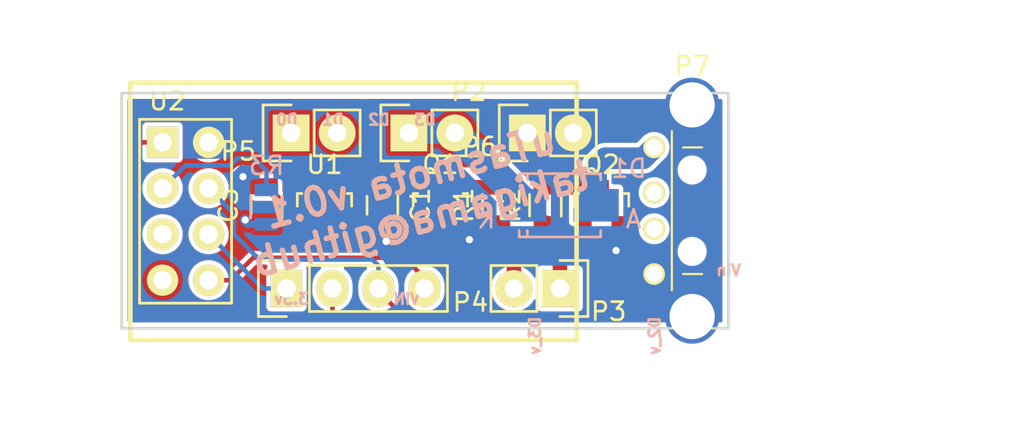
<source format=kicad_pcb>
(kicad_pcb (version 4) (host pcbnew 4.0.2+dfsg1-stable)

  (general
    (links 31)
    (no_connects 0)
    (area 144.407 102.575 201.425001 126.875)
    (thickness 1.6)
    (drawings 14)
    (tracks 97)
    (zones 0)
    (modules 16)
    (nets 14)
  )

  (page A4)
  (layers
    (0 F.Cu signal)
    (31 B.Cu signal)
    (32 B.Adhes user)
    (33 F.Adhes user)
    (34 B.Paste user)
    (35 F.Paste user)
    (36 B.SilkS user hide)
    (37 F.SilkS user hide)
    (38 B.Mask user)
    (39 F.Mask user)
    (40 Dwgs.User user)
    (41 Cmts.User user)
    (42 Eco1.User user)
    (43 Eco2.User user)
    (44 Edge.Cuts user)
    (45 Margin user)
    (46 B.CrtYd user)
    (47 F.CrtYd user)
    (48 B.Fab user)
    (49 F.Fab user)
  )

  (setup
    (last_trace_width 0.25)
    (user_trace_width 0.2)
    (user_trace_width 0.4)
    (user_trace_width 0.8)
    (user_trace_width 1)
    (user_trace_width 1.2)
    (trace_clearance 0.2)
    (zone_clearance 0.25)
    (zone_45_only no)
    (trace_min 0.2)
    (segment_width 0.2)
    (edge_width 0.15)
    (via_size 0.6)
    (via_drill 0.4)
    (via_min_size 0.4)
    (via_min_drill 0.3)
    (uvia_size 0.3)
    (uvia_drill 0.1)
    (uvias_allowed no)
    (uvia_min_size 0.2)
    (uvia_min_drill 0.1)
    (pcb_text_width 0.3)
    (pcb_text_size 1.5 1.5)
    (mod_edge_width 0.15)
    (mod_text_size 1 1)
    (mod_text_width 0.15)
    (pad_size 1.524 1.524)
    (pad_drill 0.762)
    (pad_to_mask_clearance 0.2)
    (aux_axis_origin 0 0)
    (visible_elements FFFFFF7F)
    (pcbplotparams
      (layerselection 0x00030_80000001)
      (usegerberextensions false)
      (excludeedgelayer true)
      (linewidth 0.100000)
      (plotframeref false)
      (viasonmask false)
      (mode 1)
      (useauxorigin false)
      (hpglpennumber 1)
      (hpglpenspeed 20)
      (hpglpendiameter 15)
      (hpglpenoverlay 2)
      (psnegative false)
      (psa4output false)
      (plotreference true)
      (plotvalue true)
      (plotinvisibletext false)
      (padsonsilk false)
      (subtractmaskfromsilk false)
      (outputformat 1)
      (mirror false)
      (drillshape 1)
      (scaleselection 1)
      (outputdirectory ""))
  )

  (net 0 "")
  (net 1 VPP)
  (net 2 GND)
  (net 3 +3V3)
  (net 4 GPIO2_V)
  (net 5 RX_V)
  (net 6 GPIO0)
  (net 7 TX)
  (net 8 GPIO2)
  (net 9 RX)
  (net 10 "Net-(Q1-Pad3)")
  (net 11 "Net-(Q2-Pad3)")
  (net 12 "Net-(R3-Pad1)")
  (net 13 "Net-(D1-Pad2)")

  (net_class Default "This is the default net class."
    (clearance 0.2)
    (trace_width 0.25)
    (via_dia 0.6)
    (via_drill 0.4)
    (uvia_dia 0.3)
    (uvia_drill 0.1)
    (add_net +3V3)
    (add_net GND)
    (add_net GPIO0)
    (add_net GPIO2)
    (add_net GPIO2_V)
    (add_net "Net-(D1-Pad2)")
    (add_net "Net-(Q1-Pad3)")
    (add_net "Net-(Q2-Pad3)")
    (add_net "Net-(R3-Pad1)")
    (add_net RX)
    (add_net RX_V)
    (add_net TX)
    (add_net VPP)
  )

  (net_class 33v ""
    (clearance 0.2)
    (trace_width 0.4)
    (via_dia 0.6)
    (via_drill 0.4)
    (uvia_dia 0.3)
    (uvia_drill 0.1)
  )

  (module ESP8266:ESP-01 (layer F.Cu) (tedit 577EF889) (tstamp 5B609238)
    (at 153.66 110.72)
    (descr "Module, ESP-8266, ESP-01, 8 pin")
    (tags "Module ESP-8266 ESP8266")
    (path /580E0E4A)
    (fp_text reference U2 (at 0.254 -2.286) (layer F.SilkS)
      (effects (font (size 1 1) (thickness 0.15)))
    )
    (fp_text value ESP-01v090 (at -8.128 3.302 90) (layer F.Fab)
      (effects (font (size 1 1) (thickness 0.15)))
    )
    (fp_line (start -1.778 -3.302) (end 22.86 -3.302) (layer F.SilkS) (width 0.254))
    (fp_line (start 22.86 -3.302) (end 22.86 10.922) (layer F.SilkS) (width 0.254))
    (fp_line (start 22.86 10.922) (end -1.778 10.922) (layer F.SilkS) (width 0.254))
    (fp_line (start -1.778 10.922) (end -1.778 -3.302) (layer F.SilkS) (width 0.254))
    (fp_line (start -1.778 -3.302) (end 22.86 -3.302) (layer F.Fab) (width 0.05))
    (fp_line (start 22.86 -3.302) (end 22.86 10.922) (layer F.Fab) (width 0.05))
    (fp_line (start 22.86 10.922) (end -1.778 10.922) (layer F.Fab) (width 0.05))
    (fp_line (start -1.778 10.922) (end -1.778 -3.302) (layer F.Fab) (width 0.05))
    (fp_line (start 1.27 -1.27) (end -1.27 -1.27) (layer F.SilkS) (width 0.1524))
    (fp_line (start -1.27 -1.27) (end -1.27 1.27) (layer F.SilkS) (width 0.1524))
    (fp_line (start -1.75 -1.75) (end -1.75 9.4) (layer F.CrtYd) (width 0.05))
    (fp_line (start 4.3 -1.75) (end 4.3 9.4) (layer F.CrtYd) (width 0.05))
    (fp_line (start -1.75 -1.75) (end 4.3 -1.75) (layer F.CrtYd) (width 0.05))
    (fp_line (start -1.75 9.4) (end 4.3 9.4) (layer F.CrtYd) (width 0.05))
    (fp_line (start -1.27 1.27) (end -1.27 8.89) (layer F.SilkS) (width 0.1524))
    (fp_line (start -1.27 8.89) (end 3.81 8.89) (layer F.SilkS) (width 0.1524))
    (fp_line (start 3.81 8.89) (end 3.81 -1.27) (layer F.SilkS) (width 0.1524))
    (fp_line (start 3.81 -1.27) (end 1.27 -1.27) (layer F.SilkS) (width 0.1524))
    (pad 1 thru_hole rect (at 0 0) (size 1.7272 1.7272) (drill 1.016) (layers *.Cu *.Mask F.SilkS)
      (net 7 TX))
    (pad 2 thru_hole oval (at 2.54 0) (size 1.7272 1.7272) (drill 1.016) (layers *.Cu *.Mask F.SilkS)
      (net 2 GND))
    (pad 3 thru_hole oval (at 0 2.54) (size 1.7272 1.7272) (drill 1.016) (layers *.Cu *.Mask F.SilkS)
      (net 12 "Net-(R3-Pad1)"))
    (pad 4 thru_hole oval (at 2.54 2.54) (size 1.7272 1.7272) (drill 1.016) (layers *.Cu *.Mask F.SilkS)
      (net 8 GPIO2))
    (pad 5 thru_hole oval (at 0 5.08) (size 1.7272 1.7272) (drill 1.016) (layers *.Cu *.Mask F.SilkS))
    (pad 6 thru_hole oval (at 2.54 5.08) (size 1.7272 1.7272) (drill 1.016) (layers *.Cu *.Mask F.SilkS)
      (net 6 GPIO0))
    (pad 7 thru_hole oval (at 0 7.62) (size 1.7272 1.7272) (drill 1.016) (layers *.Cu *.Mask F.SilkS)
      (net 3 +3V3))
    (pad 8 thru_hole oval (at 2.54 7.62) (size 1.7272 1.7272) (drill 1.016) (layers *.Cu *.Mask F.SilkS)
      (net 9 RX))
  )

  (module Pin_Headers:Pin_Header_Straight_1x02 (layer F.Cu) (tedit 54EA090C) (tstamp 5B6091AE)
    (at 167.26 110.2 90)
    (descr "Through hole pin header")
    (tags "pin header")
    (path /5B60A2AE)
    (fp_text reference P2 (at 2.286 3.302 180) (layer F.SilkS)
      (effects (font (size 1 1) (thickness 0.15)))
    )
    (fp_text value CONN_01X02 (at 6.5 2.84 180) (layer F.Fab)
      (effects (font (size 1 1) (thickness 0.15)))
    )
    (fp_line (start 1.27 1.27) (end 1.27 3.81) (layer F.SilkS) (width 0.15))
    (fp_line (start 1.55 -1.55) (end 1.55 0) (layer F.SilkS) (width 0.15))
    (fp_line (start -1.75 -1.75) (end -1.75 4.3) (layer F.CrtYd) (width 0.05))
    (fp_line (start 1.75 -1.75) (end 1.75 4.3) (layer F.CrtYd) (width 0.05))
    (fp_line (start -1.75 -1.75) (end 1.75 -1.75) (layer F.CrtYd) (width 0.05))
    (fp_line (start -1.75 4.3) (end 1.75 4.3) (layer F.CrtYd) (width 0.05))
    (fp_line (start 1.27 1.27) (end -1.27 1.27) (layer F.SilkS) (width 0.15))
    (fp_line (start -1.55 0) (end -1.55 -1.55) (layer F.SilkS) (width 0.15))
    (fp_line (start -1.55 -1.55) (end 1.55 -1.55) (layer F.SilkS) (width 0.15))
    (fp_line (start -1.27 1.27) (end -1.27 3.81) (layer F.SilkS) (width 0.15))
    (fp_line (start -1.27 3.81) (end 1.27 3.81) (layer F.SilkS) (width 0.15))
    (pad 1 thru_hole rect (at 0 0 90) (size 2.032 2.032) (drill 1.016) (layers *.Cu *.Mask F.SilkS)
      (net 1 VPP))
    (pad 2 thru_hole oval (at 0 2.54 90) (size 2.032 2.032) (drill 1.016) (layers *.Cu *.Mask F.SilkS)
      (net 1 VPP))
    (model Pin_Headers.3dshapes/Pin_Header_Straight_1x02.wrl
      (at (xyz 0 -0.05 0))
      (scale (xyz 1 1 1))
      (rotate (xyz 0 0 90))
    )
  )

  (module Pin_Headers:Pin_Header_Straight_1x02 (layer F.Cu) (tedit 54EA090C) (tstamp 5B6091BF)
    (at 175.6 118.8 270)
    (descr "Through hole pin header")
    (tags "pin header")
    (path /5B60A170)
    (fp_text reference P3 (at 1.27 -2.691 360) (layer F.SilkS)
      (effects (font (size 1 1) (thickness 0.15)))
    )
    (fp_text value CONN_01X02 (at 3.302 0.127 360) (layer F.Fab)
      (effects (font (size 1 1) (thickness 0.15)))
    )
    (fp_line (start 1.27 1.27) (end 1.27 3.81) (layer F.SilkS) (width 0.15))
    (fp_line (start 1.55 -1.55) (end 1.55 0) (layer F.SilkS) (width 0.15))
    (fp_line (start -1.75 -1.75) (end -1.75 4.3) (layer F.CrtYd) (width 0.05))
    (fp_line (start 1.75 -1.75) (end 1.75 4.3) (layer F.CrtYd) (width 0.05))
    (fp_line (start -1.75 -1.75) (end 1.75 -1.75) (layer F.CrtYd) (width 0.05))
    (fp_line (start -1.75 4.3) (end 1.75 4.3) (layer F.CrtYd) (width 0.05))
    (fp_line (start 1.27 1.27) (end -1.27 1.27) (layer F.SilkS) (width 0.15))
    (fp_line (start -1.55 0) (end -1.55 -1.55) (layer F.SilkS) (width 0.15))
    (fp_line (start -1.55 -1.55) (end 1.55 -1.55) (layer F.SilkS) (width 0.15))
    (fp_line (start -1.27 1.27) (end -1.27 3.81) (layer F.SilkS) (width 0.15))
    (fp_line (start -1.27 3.81) (end 1.27 3.81) (layer F.SilkS) (width 0.15))
    (pad 1 thru_hole rect (at 0 0 270) (size 2.032 2.032) (drill 1.016) (layers *.Cu *.Mask F.SilkS)
      (net 4 GPIO2_V))
    (pad 2 thru_hole oval (at 0 2.54 270) (size 2.032 2.032) (drill 1.016) (layers *.Cu *.Mask F.SilkS)
      (net 5 RX_V))
    (model Pin_Headers.3dshapes/Pin_Header_Straight_1x02.wrl
      (at (xyz 0 -0.05 0))
      (scale (xyz 1 1 1))
      (rotate (xyz 0 0 90))
    )
  )

  (module Pin_Headers:Pin_Header_Straight_1x04 (layer F.Cu) (tedit 0) (tstamp 5B6091D2)
    (at 160.5 118.8 90)
    (descr "Through hole pin header")
    (tags "pin header")
    (path /5B609048)
    (fp_text reference P4 (at -0.762 10.16 180) (layer F.SilkS)
      (effects (font (size 1 1) (thickness 0.15)))
    )
    (fp_text value CONN_01X04 (at -7.1 -0.4 180) (layer F.Fab)
      (effects (font (size 1 1) (thickness 0.15)))
    )
    (fp_line (start -1.75 -1.75) (end -1.75 9.4) (layer F.CrtYd) (width 0.05))
    (fp_line (start 1.75 -1.75) (end 1.75 9.4) (layer F.CrtYd) (width 0.05))
    (fp_line (start -1.75 -1.75) (end 1.75 -1.75) (layer F.CrtYd) (width 0.05))
    (fp_line (start -1.75 9.4) (end 1.75 9.4) (layer F.CrtYd) (width 0.05))
    (fp_line (start -1.27 1.27) (end -1.27 8.89) (layer F.SilkS) (width 0.15))
    (fp_line (start 1.27 1.27) (end 1.27 8.89) (layer F.SilkS) (width 0.15))
    (fp_line (start 1.55 -1.55) (end 1.55 0) (layer F.SilkS) (width 0.15))
    (fp_line (start -1.27 8.89) (end 1.27 8.89) (layer F.SilkS) (width 0.15))
    (fp_line (start 1.27 1.27) (end -1.27 1.27) (layer F.SilkS) (width 0.15))
    (fp_line (start -1.55 0) (end -1.55 -1.55) (layer F.SilkS) (width 0.15))
    (fp_line (start -1.55 -1.55) (end 1.55 -1.55) (layer F.SilkS) (width 0.15))
    (pad 1 thru_hole rect (at 0 0 90) (size 2.032 1.7272) (drill 1.016) (layers *.Cu *.Mask F.SilkS)
      (net 6 GPIO0))
    (pad 2 thru_hole oval (at 0 2.54 90) (size 2.032 1.7272) (drill 1.016) (layers *.Cu *.Mask F.SilkS)
      (net 7 TX))
    (pad 3 thru_hole oval (at 0 5.08 90) (size 2.032 1.7272) (drill 1.016) (layers *.Cu *.Mask F.SilkS)
      (net 8 GPIO2))
    (pad 4 thru_hole oval (at 0 7.62 90) (size 2.032 1.7272) (drill 1.016) (layers *.Cu *.Mask F.SilkS)
      (net 9 RX))
    (model Pin_Headers.3dshapes/Pin_Header_Straight_1x04.wrl
      (at (xyz 0 -0.15 0))
      (scale (xyz 1 1 1))
      (rotate (xyz 0 0 90))
    )
  )

  (module Resistors_SMD:R_0805 (layer F.Cu) (tedit 5415CDEB) (tstamp 5B6091FE)
    (at 172.2 114.2 270)
    (descr "Resistor SMD 0805, reflow soldering, Vishay (see dcrcw.pdf)")
    (tags "resistor 0805")
    (path /5B609C6F)
    (attr smd)
    (fp_text reference R1 (at 0 1.905 270) (layer F.SilkS)
      (effects (font (size 1 1) (thickness 0.15)))
    )
    (fp_text value X (at 4.3 22.6 270) (layer F.Fab)
      (effects (font (size 1 1) (thickness 0.15)))
    )
    (fp_line (start -1.6 -1) (end 1.6 -1) (layer F.CrtYd) (width 0.05))
    (fp_line (start -1.6 1) (end 1.6 1) (layer F.CrtYd) (width 0.05))
    (fp_line (start -1.6 -1) (end -1.6 1) (layer F.CrtYd) (width 0.05))
    (fp_line (start 1.6 -1) (end 1.6 1) (layer F.CrtYd) (width 0.05))
    (fp_line (start 0.6 0.875) (end -0.6 0.875) (layer F.SilkS) (width 0.15))
    (fp_line (start -0.6 -0.875) (end 0.6 -0.875) (layer F.SilkS) (width 0.15))
    (pad 1 smd rect (at -0.95 0 270) (size 0.7 1.3) (layers F.Cu F.Paste F.Mask)
      (net 10 "Net-(Q1-Pad3)"))
    (pad 2 smd rect (at 0.95 0 270) (size 0.7 1.3) (layers F.Cu F.Paste F.Mask)
      (net 5 RX_V))
    (model Resistors_SMD.3dshapes/R_0805.wrl
      (at (xyz 0 0 0))
      (scale (xyz 1 1 1))
      (rotate (xyz 0 0 0))
    )
  )

  (module Resistors_SMD:R_0805 (layer F.Cu) (tedit 5415CDEB) (tstamp 5B60920A)
    (at 174.8 114.2 270)
    (descr "Resistor SMD 0805, reflow soldering, Vishay (see dcrcw.pdf)")
    (tags "resistor 0805")
    (path /5B60A014)
    (attr smd)
    (fp_text reference R2 (at 0 1.905 270) (layer F.SilkS)
      (effects (font (size 1 1) (thickness 0.15)))
    )
    (fp_text value X (at 1.9 25 270) (layer F.Fab)
      (effects (font (size 1 1) (thickness 0.15)))
    )
    (fp_line (start -1.6 -1) (end 1.6 -1) (layer F.CrtYd) (width 0.05))
    (fp_line (start -1.6 1) (end 1.6 1) (layer F.CrtYd) (width 0.05))
    (fp_line (start -1.6 -1) (end -1.6 1) (layer F.CrtYd) (width 0.05))
    (fp_line (start 1.6 -1) (end 1.6 1) (layer F.CrtYd) (width 0.05))
    (fp_line (start 0.6 0.875) (end -0.6 0.875) (layer F.SilkS) (width 0.15))
    (fp_line (start -0.6 -0.875) (end 0.6 -0.875) (layer F.SilkS) (width 0.15))
    (pad 1 smd rect (at -0.95 0 270) (size 0.7 1.3) (layers F.Cu F.Paste F.Mask)
      (net 11 "Net-(Q2-Pad3)"))
    (pad 2 smd rect (at 0.95 0 270) (size 0.7 1.3) (layers F.Cu F.Paste F.Mask)
      (net 4 GPIO2_V))
    (model Resistors_SMD.3dshapes/R_0805.wrl
      (at (xyz 0 0 0))
      (scale (xyz 1 1 1))
      (rotate (xyz 0 0 0))
    )
  )

  (module Pin_Headers:Pin_Header_Straight_1x02 (layer F.Cu) (tedit 54EA090C) (tstamp 5B6095E1)
    (at 160.76 110.2 90)
    (descr "Through hole pin header")
    (tags "pin header")
    (path /5B609437)
    (fp_text reference P5 (at -1.016 -2.921 180) (layer F.SilkS)
      (effects (font (size 1 1) (thickness 0.15)))
    )
    (fp_text value CONN_01X02 (at 4.1 0.84 180) (layer F.Fab)
      (effects (font (size 1 1) (thickness 0.15)))
    )
    (fp_line (start 1.27 1.27) (end 1.27 3.81) (layer F.SilkS) (width 0.15))
    (fp_line (start 1.55 -1.55) (end 1.55 0) (layer F.SilkS) (width 0.15))
    (fp_line (start -1.75 -1.75) (end -1.75 4.3) (layer F.CrtYd) (width 0.05))
    (fp_line (start 1.75 -1.75) (end 1.75 4.3) (layer F.CrtYd) (width 0.05))
    (fp_line (start -1.75 -1.75) (end 1.75 -1.75) (layer F.CrtYd) (width 0.05))
    (fp_line (start -1.75 4.3) (end 1.75 4.3) (layer F.CrtYd) (width 0.05))
    (fp_line (start 1.27 1.27) (end -1.27 1.27) (layer F.SilkS) (width 0.15))
    (fp_line (start -1.55 0) (end -1.55 -1.55) (layer F.SilkS) (width 0.15))
    (fp_line (start -1.55 -1.55) (end 1.55 -1.55) (layer F.SilkS) (width 0.15))
    (fp_line (start -1.27 1.27) (end -1.27 3.81) (layer F.SilkS) (width 0.15))
    (fp_line (start -1.27 3.81) (end 1.27 3.81) (layer F.SilkS) (width 0.15))
    (pad 1 thru_hole rect (at 0 0 90) (size 2.032 2.032) (drill 1.016) (layers *.Cu *.Mask F.SilkS)
      (net 3 +3V3))
    (pad 2 thru_hole oval (at 0 2.54 90) (size 2.032 2.032) (drill 1.016) (layers *.Cu *.Mask F.SilkS)
      (net 3 +3V3))
    (model Pin_Headers.3dshapes/Pin_Header_Straight_1x02.wrl
      (at (xyz 0 -0.05 0))
      (scale (xyz 1 1 1))
      (rotate (xyz 0 0 90))
    )
  )

  (module Resistors_SMD:R_0805 (layer B.Cu) (tedit 5415CDEB) (tstamp 5B60FBB1)
    (at 159.4 114.3 270)
    (descr "Resistor SMD 0805, reflow soldering, Vishay (see dcrcw.pdf)")
    (tags "resistor 0805")
    (path /5B609852)
    (attr smd)
    (fp_text reference R3 (at -2.286 0 540) (layer B.SilkS)
      (effects (font (size 1 1) (thickness 0.15)) (justify mirror))
    )
    (fp_text value 10k (at -9.718 1.27 540) (layer B.Fab)
      (effects (font (size 1 1) (thickness 0.15)) (justify mirror))
    )
    (fp_line (start -1.6 1) (end 1.6 1) (layer B.CrtYd) (width 0.05))
    (fp_line (start -1.6 -1) (end 1.6 -1) (layer B.CrtYd) (width 0.05))
    (fp_line (start -1.6 1) (end -1.6 -1) (layer B.CrtYd) (width 0.05))
    (fp_line (start 1.6 1) (end 1.6 -1) (layer B.CrtYd) (width 0.05))
    (fp_line (start 0.6 -0.875) (end -0.6 -0.875) (layer B.SilkS) (width 0.15))
    (fp_line (start -0.6 0.875) (end 0.6 0.875) (layer B.SilkS) (width 0.15))
    (pad 1 smd rect (at -0.95 0 270) (size 0.7 1.3) (layers B.Cu B.Paste B.Mask)
      (net 12 "Net-(R3-Pad1)"))
    (pad 2 smd rect (at 0.95 0 270) (size 0.7 1.3) (layers B.Cu B.Paste B.Mask)
      (net 3 +3V3))
    (model Resistors_SMD.3dshapes/R_0805.wrl
      (at (xyz 0 0 0))
      (scale (xyz 1 1 1))
      (rotate (xyz 0 0 0))
    )
  )

  (module Pin_Headers:Pin_Header_Straight_1x02 (layer F.Cu) (tedit 54EA090C) (tstamp 5B6162B3)
    (at 173.8 110.2 90)
    (descr "Through hole pin header")
    (tags "pin header")
    (path /5B60A070)
    (fp_text reference P6 (at -0.762 -2.643 180) (layer F.SilkS)
      (effects (font (size 1 1) (thickness 0.15)))
    )
    (fp_text value CONN_01X02 (at 4.1 2.8 180) (layer F.Fab)
      (effects (font (size 1 1) (thickness 0.15)))
    )
    (fp_line (start 1.27 1.27) (end 1.27 3.81) (layer F.SilkS) (width 0.15))
    (fp_line (start 1.55 -1.55) (end 1.55 0) (layer F.SilkS) (width 0.15))
    (fp_line (start -1.75 -1.75) (end -1.75 4.3) (layer F.CrtYd) (width 0.05))
    (fp_line (start 1.75 -1.75) (end 1.75 4.3) (layer F.CrtYd) (width 0.05))
    (fp_line (start -1.75 -1.75) (end 1.75 -1.75) (layer F.CrtYd) (width 0.05))
    (fp_line (start -1.75 4.3) (end 1.75 4.3) (layer F.CrtYd) (width 0.05))
    (fp_line (start 1.27 1.27) (end -1.27 1.27) (layer F.SilkS) (width 0.15))
    (fp_line (start -1.55 0) (end -1.55 -1.55) (layer F.SilkS) (width 0.15))
    (fp_line (start -1.55 -1.55) (end 1.55 -1.55) (layer F.SilkS) (width 0.15))
    (fp_line (start -1.27 1.27) (end -1.27 3.81) (layer F.SilkS) (width 0.15))
    (fp_line (start -1.27 3.81) (end 1.27 3.81) (layer F.SilkS) (width 0.15))
    (pad 1 thru_hole rect (at 0 0 90) (size 2.032 2.032) (drill 1.016) (layers *.Cu *.Mask F.SilkS)
      (net 2 GND))
    (pad 2 thru_hole oval (at 0 2.54 90) (size 2.032 2.032) (drill 1.016) (layers *.Cu *.Mask F.SilkS)
      (net 2 GND))
    (model Pin_Headers.3dshapes/Pin_Header_Straight_1x02.wrl
      (at (xyz 0 -0.05 0))
      (scale (xyz 1 1 1))
      (rotate (xyz 0 0 90))
    )
  )

  (module Diodes_SMD:SMA_Standard (layer B.Cu) (tedit 552FF239) (tstamp 5B62E9E4)
    (at 175.6 114.2)
    (descr "Diode SMA")
    (tags "Diode SMA")
    (path /5B61C310)
    (attr smd)
    (fp_text reference D1 (at 3.81 -2.032) (layer B.SilkS)
      (effects (font (size 1 1) (thickness 0.15)) (justify mirror))
    )
    (fp_text value D (at 0 2.032) (layer B.Fab)
      (effects (font (size 1 1) (thickness 0.15)) (justify mirror))
    )
    (fp_line (start -3.5 2) (end 3.5 2) (layer B.CrtYd) (width 0.05))
    (fp_line (start 3.5 2) (end 3.5 -2) (layer B.CrtYd) (width 0.05))
    (fp_line (start 3.5 -2) (end -3.5 -2) (layer B.CrtYd) (width 0.05))
    (fp_line (start -3.5 -2) (end -3.5 2) (layer B.CrtYd) (width 0.05))
    (fp_text user K (at -4.064 0.762) (layer B.SilkS)
      (effects (font (size 1 1) (thickness 0.15)) (justify mirror))
    )
    (fp_text user A (at 4.064 0.762) (layer B.SilkS)
      (effects (font (size 1 1) (thickness 0.15)) (justify mirror))
    )
    (fp_circle (center 0 0) (end 0.20066 0.0508) (layer B.Adhes) (width 0.381))
    (fp_line (start -1.79914 -1.75006) (end -1.79914 -1.39954) (layer B.SilkS) (width 0.15))
    (fp_line (start -1.79914 1.75006) (end -1.79914 1.39954) (layer B.SilkS) (width 0.15))
    (fp_line (start 2.25044 -1.75006) (end 2.25044 -1.39954) (layer B.SilkS) (width 0.15))
    (fp_line (start -2.25044 -1.75006) (end -2.25044 -1.39954) (layer B.SilkS) (width 0.15))
    (fp_line (start -2.25044 1.75006) (end -2.25044 1.39954) (layer B.SilkS) (width 0.15))
    (fp_line (start 2.25044 1.75006) (end 2.25044 1.39954) (layer B.SilkS) (width 0.15))
    (fp_line (start -2.25044 -1.75006) (end 2.25044 -1.75006) (layer B.SilkS) (width 0.15))
    (fp_line (start -2.25044 1.75006) (end 2.25044 1.75006) (layer B.SilkS) (width 0.15))
    (pad 1 smd rect (at -1.99898 0) (size 2.49936 1.80086) (layers B.Cu B.Paste B.Mask)
      (net 1 VPP))
    (pad 2 smd rect (at 1.99898 0) (size 2.49936 1.80086) (layers B.Cu B.Paste B.Mask)
      (net 13 "Net-(D1-Pad2)"))
    (model Diodes_SMD.3dshapes/SMA_Standard.wrl
      (at (xyz 0 0 0))
      (scale (xyz 0.3937 0.3937 0.3937))
      (rotate (xyz 0 0 180))
    )
  )

  (module TO_SOT_Packages_SMD:SOT-23 (layer F.Cu) (tedit 553634F8) (tstamp 5B6AEEA0)
    (at 169 114.2)
    (descr "SOT-23, Standard")
    (tags SOT-23)
    (path /580E1D98)
    (attr smd)
    (fp_text reference Q1 (at 0 -2.25) (layer F.SilkS)
      (effects (font (size 1 1) (thickness 0.15)))
    )
    (fp_text value IRLML6244 (at 0.836 9.968) (layer F.Fab)
      (effects (font (size 1 1) (thickness 0.15)))
    )
    (fp_line (start -1.65 -1.6) (end 1.65 -1.6) (layer F.CrtYd) (width 0.05))
    (fp_line (start 1.65 -1.6) (end 1.65 1.6) (layer F.CrtYd) (width 0.05))
    (fp_line (start 1.65 1.6) (end -1.65 1.6) (layer F.CrtYd) (width 0.05))
    (fp_line (start -1.65 1.6) (end -1.65 -1.6) (layer F.CrtYd) (width 0.05))
    (fp_line (start 1.29916 -0.65024) (end 1.2509 -0.65024) (layer F.SilkS) (width 0.15))
    (fp_line (start -1.49982 0.0508) (end -1.49982 -0.65024) (layer F.SilkS) (width 0.15))
    (fp_line (start -1.49982 -0.65024) (end -1.2509 -0.65024) (layer F.SilkS) (width 0.15))
    (fp_line (start 1.29916 -0.65024) (end 1.49982 -0.65024) (layer F.SilkS) (width 0.15))
    (fp_line (start 1.49982 -0.65024) (end 1.49982 0.0508) (layer F.SilkS) (width 0.15))
    (pad 1 smd rect (at -0.95 1.00076) (size 0.8001 0.8001) (layers F.Cu F.Paste F.Mask)
      (net 9 RX))
    (pad 2 smd rect (at 0.95 1.00076) (size 0.8001 0.8001) (layers F.Cu F.Paste F.Mask)
      (net 2 GND))
    (pad 3 smd rect (at 0 -0.99822) (size 0.8001 0.8001) (layers F.Cu F.Paste F.Mask)
      (net 10 "Net-(Q1-Pad3)"))
    (model TO_SOT_Packages_SMD.3dshapes/SOT-23.wrl
      (at (xyz 0 0 0))
      (scale (xyz 1 1 1))
      (rotate (xyz 0 0 0))
    )
  )

  (module TO_SOT_Packages_SMD:SOT-23 (layer F.Cu) (tedit 553634F8) (tstamp 5B6AEEAF)
    (at 177.9 114.2)
    (descr "SOT-23, Standard")
    (tags SOT-23)
    (path /5B60A003)
    (attr smd)
    (fp_text reference Q2 (at 0 -2.25) (layer F.SilkS)
      (effects (font (size 1 1) (thickness 0.15)))
    )
    (fp_text value IRLML6244 (at -3.31524 10.234) (layer F.Fab)
      (effects (font (size 1 1) (thickness 0.15)))
    )
    (fp_line (start -1.65 -1.6) (end 1.65 -1.6) (layer F.CrtYd) (width 0.05))
    (fp_line (start 1.65 -1.6) (end 1.65 1.6) (layer F.CrtYd) (width 0.05))
    (fp_line (start 1.65 1.6) (end -1.65 1.6) (layer F.CrtYd) (width 0.05))
    (fp_line (start -1.65 1.6) (end -1.65 -1.6) (layer F.CrtYd) (width 0.05))
    (fp_line (start 1.29916 -0.65024) (end 1.2509 -0.65024) (layer F.SilkS) (width 0.15))
    (fp_line (start -1.49982 0.0508) (end -1.49982 -0.65024) (layer F.SilkS) (width 0.15))
    (fp_line (start -1.49982 -0.65024) (end -1.2509 -0.65024) (layer F.SilkS) (width 0.15))
    (fp_line (start 1.29916 -0.65024) (end 1.49982 -0.65024) (layer F.SilkS) (width 0.15))
    (fp_line (start 1.49982 -0.65024) (end 1.49982 0.0508) (layer F.SilkS) (width 0.15))
    (pad 1 smd rect (at -0.95 1.00076) (size 0.8001 0.8001) (layers F.Cu F.Paste F.Mask)
      (net 8 GPIO2))
    (pad 2 smd rect (at 0.95 1.00076) (size 0.8001 0.8001) (layers F.Cu F.Paste F.Mask)
      (net 2 GND))
    (pad 3 smd rect (at 0 -0.99822) (size 0.8001 0.8001) (layers F.Cu F.Paste F.Mask)
      (net 11 "Net-(Q2-Pad3)"))
    (model TO_SOT_Packages_SMD.3dshapes/SOT-23.wrl
      (at (xyz 0 0 0))
      (scale (xyz 1 1 1))
      (rotate (xyz 0 0 0))
    )
  )

  (module Capacitors_SMD:C_0805 (layer F.Cu) (tedit 5415D6EA) (tstamp 5B841EC7)
    (at 165.8 114.2 270)
    (descr "Capacitor SMD 0805, reflow soldering, AVX (see smccp.pdf)")
    (tags "capacitor 0805")
    (path /580E10B5)
    (attr smd)
    (fp_text reference C1 (at 0 -2.1 270) (layer F.SilkS)
      (effects (font (size 1 1) (thickness 0.15)))
    )
    (fp_text value 2uf (at -3.2 15.6 270) (layer F.Fab)
      (effects (font (size 1 1) (thickness 0.15)))
    )
    (fp_line (start -1.8 -1) (end 1.8 -1) (layer F.CrtYd) (width 0.05))
    (fp_line (start -1.8 1) (end 1.8 1) (layer F.CrtYd) (width 0.05))
    (fp_line (start -1.8 -1) (end -1.8 1) (layer F.CrtYd) (width 0.05))
    (fp_line (start 1.8 -1) (end 1.8 1) (layer F.CrtYd) (width 0.05))
    (fp_line (start 0.5 -0.85) (end -0.5 -0.85) (layer F.SilkS) (width 0.15))
    (fp_line (start -0.5 0.85) (end 0.5 0.85) (layer F.SilkS) (width 0.15))
    (pad 1 smd rect (at -1 0 270) (size 1 1.25) (layers F.Cu F.Paste F.Mask)
      (net 1 VPP))
    (pad 2 smd rect (at 1 0 270) (size 1 1.25) (layers F.Cu F.Paste F.Mask)
      (net 2 GND))
    (model Capacitors_SMD.3dshapes/C_0805.wrl
      (at (xyz 0 0 0))
      (scale (xyz 1 1 1))
      (rotate (xyz 0 0 0))
    )
  )

  (module Capacitors_SMD:C_0805 (layer F.Cu) (tedit 5415D6EA) (tstamp 5B841ECC)
    (at 159.4 114.2 90)
    (descr "Capacitor SMD 0805, reflow soldering, AVX (see smccp.pdf)")
    (tags "capacitor 0805")
    (path /580E12CC)
    (attr smd)
    (fp_text reference C3 (at 0 -2.1 90) (layer F.SilkS)
      (effects (font (size 1 1) (thickness 0.15)))
    )
    (fp_text value 2uf (at -0.1 -9.4 90) (layer F.Fab)
      (effects (font (size 1 1) (thickness 0.15)))
    )
    (fp_line (start -1.8 -1) (end 1.8 -1) (layer F.CrtYd) (width 0.05))
    (fp_line (start -1.8 1) (end 1.8 1) (layer F.CrtYd) (width 0.05))
    (fp_line (start -1.8 -1) (end -1.8 1) (layer F.CrtYd) (width 0.05))
    (fp_line (start 1.8 -1) (end 1.8 1) (layer F.CrtYd) (width 0.05))
    (fp_line (start 0.5 -0.85) (end -0.5 -0.85) (layer F.SilkS) (width 0.15))
    (fp_line (start -0.5 0.85) (end 0.5 0.85) (layer F.SilkS) (width 0.15))
    (pad 1 smd rect (at -1 0 90) (size 1 1.25) (layers F.Cu F.Paste F.Mask)
      (net 3 +3V3))
    (pad 2 smd rect (at 1 0 90) (size 1 1.25) (layers F.Cu F.Paste F.Mask)
      (net 2 GND))
    (model Capacitors_SMD.3dshapes/C_0805.wrl
      (at (xyz 0 0 0))
      (scale (xyz 1 1 1))
      (rotate (xyz 0 0 0))
    )
  )

  (module TO_SOT_Packages_SMD:SOT-23 (layer F.Cu) (tedit 553634F8) (tstamp 5B841ED1)
    (at 162.6 114.2)
    (descr "SOT-23, Standard")
    (tags SOT-23)
    (path /5B62A08E)
    (attr smd)
    (fp_text reference U1 (at 0 -2.25) (layer F.SilkS)
      (effects (font (size 1 1) (thickness 0.15)))
    )
    (fp_text value MCP1703 (at -1.7 10) (layer F.Fab)
      (effects (font (size 1 1) (thickness 0.15)))
    )
    (fp_line (start -1.65 -1.6) (end 1.65 -1.6) (layer F.CrtYd) (width 0.05))
    (fp_line (start 1.65 -1.6) (end 1.65 1.6) (layer F.CrtYd) (width 0.05))
    (fp_line (start 1.65 1.6) (end -1.65 1.6) (layer F.CrtYd) (width 0.05))
    (fp_line (start -1.65 1.6) (end -1.65 -1.6) (layer F.CrtYd) (width 0.05))
    (fp_line (start 1.29916 -0.65024) (end 1.2509 -0.65024) (layer F.SilkS) (width 0.15))
    (fp_line (start -1.49982 0.0508) (end -1.49982 -0.65024) (layer F.SilkS) (width 0.15))
    (fp_line (start -1.49982 -0.65024) (end -1.2509 -0.65024) (layer F.SilkS) (width 0.15))
    (fp_line (start 1.29916 -0.65024) (end 1.49982 -0.65024) (layer F.SilkS) (width 0.15))
    (fp_line (start 1.49982 -0.65024) (end 1.49982 0.0508) (layer F.SilkS) (width 0.15))
    (pad 1 smd rect (at -0.95 1.00076) (size 0.8001 0.8001) (layers F.Cu F.Paste F.Mask)
      (net 2 GND))
    (pad 2 smd rect (at 0.95 1.00076) (size 0.8001 0.8001) (layers F.Cu F.Paste F.Mask)
      (net 3 +3V3))
    (pad 3 smd rect (at 0 -0.99822) (size 0.8001 0.8001) (layers F.Cu F.Paste F.Mask)
      (net 1 VPP))
    (model TO_SOT_Packages_SMD.3dshapes/SOT-23.wrl
      (at (xyz 0 0 0))
      (scale (xyz 1 1 1))
      (rotate (xyz 0 0 0))
    )
  )

  (module USB_oshpark:USB_A_Multicomp_thruhole_oshpark (layer F.Cu) (tedit 5B84B8D8) (tstamp 5B850484)
    (at 182.9 114.5)
    (descr http://www.farnell.com/datasheets/1673631.pdf?_ga=2.191614378.1841366750.1535387360-1766580825.1529841566)
    (tags USB-A)
    (path /5B61BC7A)
    (attr smd)
    (fp_text reference P7 (at 0 -8) (layer F.SilkS)
      (effects (font (size 1 1) (thickness 0.15)))
    )
    (fp_text value USB_A (at 6.9 8) (layer F.Fab)
      (effects (font (size 1 1) (thickness 0.15)))
    )
    (fp_line (start -1 6.025) (end -1 -6.025) (layer F.Fab) (width 0.1))
    (fp_line (start -1 -6.025) (end 17.8 -6.025) (layer F.Fab) (width 0.1))
    (fp_line (start -1 6.025) (end 17.8 6.025) (layer F.Fab) (width 0.1))
    (fp_line (start 17.8 6.025) (end 17.8 -6.025) (layer F.Fab) (width 0.1))
    (fp_circle (center 0 -2.3) (end 0 -2.8) (layer F.Fab) (width 0.1))
    (fp_circle (center 0 2.3) (end 0 2.8) (layer F.Fab) (width 0.1))
    (fp_line (start -1.12 -4.4) (end -1.12 4.4) (layer F.SilkS) (width 0.12))
    (fp_line (start 2.2 6.05) (end 2.2 -6) (layer Dwgs.User) (width 0.1))
    (fp_text user "PCB Edge" (at 3 -0.2 90) (layer Dwgs.User)
      (effects (font (size 0.6 0.6) (thickness 0.09)))
    )
    (fp_line (start -0.5 -3.5) (end 0.55 -3.5) (layer F.SilkS) (width 0.12))
    (fp_line (start -0.5 3.5) (end 0.55 3.5) (layer F.SilkS) (width 0.12))
    (fp_line (start -3.5 7.8) (end -3.5 -7.8) (layer F.CrtYd) (width 0.05))
    (fp_line (start -3.5 -7.8) (end 2.25 -7.8) (layer F.CrtYd) (width 0.05))
    (fp_line (start 2.25 -6.52) (end 2.25 -7.8) (layer F.CrtYd) (width 0.05))
    (fp_line (start 2.25 -6.52) (end 18.3 -6.52) (layer F.CrtYd) (width 0.05))
    (fp_line (start 18.3 6.52) (end 18.3 -6.52) (layer F.CrtYd) (width 0.05))
    (fp_text user %R (at 3.6 -8 90) (layer F.Fab)
      (effects (font (size 1 1) (thickness 0.15)))
    )
    (fp_line (start 2.25 6.52) (end 18.3 6.52) (layer F.CrtYd) (width 0.05))
    (fp_line (start 2.25 7.8) (end 2.25 6.52) (layer F.CrtYd) (width 0.05))
    (fp_line (start -3.5 7.8) (end 2.25 7.8) (layer F.CrtYd) (width 0.05))
    (pad 2 thru_hole circle (at -2.1 -1) (size 1.2 1.2) (drill 0.92) (layers *.Cu *.Mask F.SilkS))
    (pad 3 thru_hole circle (at -2.1 1) (size 1.2 1.2) (drill 0.92) (layers *.Cu *.Mask F.SilkS))
    (pad 1 thru_hole circle (at -2.1 -3.5) (size 1.2 1.2) (drill 0.92) (layers *.Cu *.Mask F.SilkS)
      (net 13 "Net-(D1-Pad2)"))
    (pad 4 thru_hole circle (at -2.1 3.5) (size 1.2 1.2) (drill 0.92) (layers *.Cu *.Mask F.SilkS)
      (net 2 GND))
    (pad 5 thru_hole circle (at 0 -5.85) (size 3 3) (drill 2.5) (layers *.Cu *.Mask)
      (net 2 GND))
    (pad 5 thru_hole circle (at 0 5.85) (size 3 3) (drill 2.5) (layers *.Cu *.Mask)
      (net 2 GND))
    (pad "" np_thru_hole circle (at 0 -2.25) (size 1.1 1.1) (drill 1.1) (layers *.Cu *.Mask))
    (pad "" np_thru_hole circle (at 0 2.25) (size 1.1 1.1) (drill 1.1) (layers *.Cu *.Mask))
    (model ${KISYS3DMOD}/Connector_USB.3dshapes/USB_A_CNCTech_1001-011-01101_Horizontal.wrl
      (at (xyz 0 0 0))
      (scale (xyz 1 1 1))
      (rotate (xyz 0 0 0))
    )
  )

  (gr_text D3_v (at 174.22 121.412 90) (layer B.SilkS) (tstamp 5B628E3D)
    (effects (font (size 0.6 0.6) (thickness 0.15)) (justify mirror))
  )
  (gr_text D2_v (at 180.824 121.412 90) (layer B.SilkS) (tstamp 5B628E2C)
    (effects (font (size 0.6 0.6) (thickness 0.15)) (justify mirror))
  )
  (gr_text VIN (at 167.132 119.38) (layer B.SilkS) (tstamp 5B628E09)
    (effects (font (size 0.6 0.6) (thickness 0.15)) (justify mirror))
  )
  (gr_text 3.3v (at 160.782 119.38) (layer B.SilkS) (tstamp 5B628DF4)
    (effects (font (size 0.6 0.6) (thickness 0.15)) (justify mirror))
  )
  (gr_text D3 (at 168.148 109.474) (layer B.SilkS) (tstamp 5B628D8B)
    (effects (font (size 0.6 0.6) (thickness 0.15)) (justify mirror))
  )
  (gr_text D2 (at 165.608 109.474) (layer B.SilkS) (tstamp 5B628D7E)
    (effects (font (size 0.6 0.6) (thickness 0.15)) (justify mirror))
  )
  (gr_text D1 (at 163.068 109.474) (layer B.SilkS) (tstamp 5B628D6F)
    (effects (font (size 0.6 0.6) (thickness 0.15)) (justify mirror))
  )
  (gr_text D0 (at 160.528 109.474) (layer B.SilkS)
    (effects (font (size 0.6 0.6) (thickness 0.15)) (justify mirror))
  )
  (gr_text Vin (at 184.912 117.7925) (layer B.SilkS)
    (effects (font (size 0.6 0.6) (thickness 0.15)) (justify mirror))
  )
  (gr_text "uTasmota v0.1\ntakigama@github" (at 167.64 113.792 15) (layer B.SilkS)
    (effects (font (size 1.5 1.5) (thickness 0.3)) (justify mirror))
  )
  (gr_line (start 151.4 108) (end 151.4 121) (layer Edge.Cuts) (width 0.15))
  (gr_line (start 151.4 121) (end 184.9 121) (layer Edge.Cuts) (width 0.15))
  (gr_line (start 184.9 108) (end 151.4 108) (layer Edge.Cuts) (width 0.15))
  (gr_line (start 184.9 121) (end 184.9 108) (layer Edge.Cuts) (width 0.15))

  (segment (start 167.26 110.2) (end 169.8 110.2) (width 1.2) (layer B.Cu) (net 1) (status 30))
  (segment (start 173.601 114.001) (end 169.8 110.2) (width 1.6) (layer B.Cu) (net 1) (status 30))
  (segment (start 173.601 114.2) (end 173.601 114.001) (width 1.2) (layer B.Cu) (net 1) (status 30))
  (segment (start 167.26 112.016) (end 167.26 110.2) (width 0.8) (layer F.Cu) (net 1) (status 20))
  (segment (start 166.076 113.2) (end 167.26 112.016) (width 0.8) (layer F.Cu) (net 1) (status 10))
  (segment (start 165.8 113.2) (end 166.076 113.2) (width 0.8) (layer F.Cu) (net 1) (status 30))
  (segment (start 162.6 113.202) (end 162.6002 113.202) (width 0.8) (layer F.Cu) (net 1) (status 30))
  (segment (start 165.798 113.202) (end 165.8 113.2) (width 0.8) (layer F.Cu) (net 1) (status 30))
  (segment (start 162.6002 113.202) (end 165.798 113.202) (width 0.8) (layer F.Cu) (net 1) (status 30))
  (segment (start 162.6002 113.202) (end 162.6 113.2018) (width 0.25) (layer F.Cu) (net 1) (status 30))
  (segment (start 161.65 115.20076) (end 161.40076 115.20076) (width 0.4) (layer F.Cu) (net 2) (status 30))
  (segment (start 161.40076 115.20076) (end 159.4 113.2) (width 0.4) (layer F.Cu) (net 2) (status 30))
  (segment (start 161.65 115.20076) (end 161.60076 115.20076) (width 0.4) (layer F.Cu) (net 2) (status 30))
  (segment (start 169.95 115.20076) (end 169.95 115.45) (width 0.8) (layer F.Cu) (net 2) (status 30))
  (segment (start 169.95 115.45) (end 170.6 116.1) (width 0.8) (layer F.Cu) (net 2) (status 10))
  (via (at 170.6 116.1) (size 0.6) (drill 0.4) (layers F.Cu B.Cu) (net 2))
  (segment (start 165.8 115.2) (end 165.8 116) (width 0.8) (layer F.Cu) (net 2) (status 10))
  (segment (start 165.8 116) (end 166 116.2) (width 0.8) (layer F.Cu) (net 2))
  (via (at 166 116.2) (size 0.6) (drill 0.4) (layers F.Cu B.Cu) (net 2))
  (via (at 158.1 112.62) (size 0.6) (layers F.Cu B.Cu) (net 2))
  (via (at 178.7 116.7) (size 0.6) (layers F.Cu B.Cu) (net 2))
  (segment (start 158.68 113.2) (end 158.1 112.62) (width 0.8) (layer F.Cu) (net 2))
  (segment (start 159.4 113.2) (end 158.68 113.2) (width 0.8) (layer F.Cu) (net 2) (status 10))
  (segment (start 179.5 116.7) (end 178.7 116.7) (width 1.2) (layer B.Cu) (net 2))
  (segment (start 180.8 118) (end 179.5 116.7) (width 1.2) (layer B.Cu) (net 2) (status 10))
  (segment (start 182.9 120.35) (end 182.9 120.1) (width 1.2) (layer B.Cu) (net 2) (status 30))
  (segment (start 161.65 115.201) (end 161.65 115.2008) (width 0.25) (layer F.Cu) (net 2) (status 30))
  (segment (start 178.85 116.55) (end 178.7 116.7) (width 0.8) (layer F.Cu) (net 2))
  (segment (start 178.85 115.201) (end 178.85 116.55) (width 0.8) (layer F.Cu) (net 2) (status 10))
  (segment (start 178.85 115.201) (end 178.85 115.2008) (width 0.25) (layer F.Cu) (net 2) (status 30))
  (segment (start 169.95 115.201) (end 169.95 115.2008) (width 0.25) (layer F.Cu) (net 2) (status 30))
  (segment (start 158.22502 115.12502) (end 158.22502 115.010088) (width 0.4) (layer B.Cu) (net 3))
  (segment (start 159.4 115.25) (end 158.35 115.25) (width 0.4) (layer B.Cu) (net 3) (status 10))
  (via (at 158.22502 115.010088) (size 0.6) (drill 0.4) (layers F.Cu B.Cu) (net 3))
  (segment (start 158.35 115.25) (end 158.22502 115.12502) (width 0.4) (layer B.Cu) (net 3))
  (segment (start 159.275 115.2) (end 159.4 115.2) (width 0.4) (layer F.Cu) (net 3) (status 30))
  (segment (start 159.525 115.2) (end 159.4 115.2) (width 0.4) (layer F.Cu) (net 3) (status 30))
  (segment (start 163.3 110.2) (end 160.76 110.2) (width 0.4) (layer F.Cu) (net 3) (status 30))
  (segment (start 163.55 115.201) (end 163.55 115.2008) (width 0.4) (layer F.Cu) (net 3) (status 30))
  (segment (start 159.4 115.2) (end 159.8752 115.2) (width 0.25) (layer F.Cu) (net 3) (status 30))
  (segment (start 159.8752 115.0748) (end 159.8752 115.2) (width 0.25) (layer F.Cu) (net 3) (status 30))
  (segment (start 175.6 116.1) (end 175.6 118.8) (width 0.8) (layer F.Cu) (net 4) (status 20))
  (segment (start 174.8 115.3) (end 175.6 116.1) (width 0.8) (layer F.Cu) (net 4) (status 10))
  (segment (start 174.8 115.15) (end 174.8 115.3) (width 0.8) (layer F.Cu) (net 4) (status 30))
  (segment (start 173.06 116.46) (end 173.06 118.8) (width 0.8) (layer F.Cu) (net 5) (status 20))
  (segment (start 172.2 115.6) (end 173.06 116.46) (width 0.8) (layer F.Cu) (net 5))
  (segment (start 172.2 115.15) (end 172.2 115.6) (width 0.8) (layer F.Cu) (net 5) (status 10))
  (segment (start 159.2 118.8) (end 156.2 115.8) (width 0.25) (layer B.Cu) (net 6) (status 20))
  (segment (start 160.5 118.8) (end 159.2 118.8) (width 0.25) (layer B.Cu) (net 6) (status 10))
  (segment (start 163.04 120.066) (end 162.606 120.5) (width 0.25) (layer F.Cu) (net 7))
  (segment (start 163.04 118.8) (end 163.04 120.066) (width 0.25) (layer F.Cu) (net 7) (status 10))
  (segment (start 162.606 120.5) (end 152.7 120.5) (width 0.25) (layer F.Cu) (net 7))
  (segment (start 152.7 120.5) (end 152.1 119.9) (width 0.25) (layer F.Cu) (net 7))
  (segment (start 152.1 119.9) (end 152.1 111.1664) (width 0.25) (layer F.Cu) (net 7))
  (segment (start 152.1 111.1664) (end 152.5464 110.72) (width 0.25) (layer F.Cu) (net 7))
  (segment (start 152.5464 110.72) (end 153.66 110.72) (width 0.25) (layer F.Cu) (net 7) (status 20))
  (segment (start 165.58 118.8) (end 165.58 117.534) (width 0.25) (layer B.Cu) (net 8) (status 10))
  (segment (start 165.58 117.534) (end 165.246 117.2) (width 0.25) (layer B.Cu) (net 8))
  (segment (start 165.246 117.2) (end 159 117.2) (width 0.25) (layer B.Cu) (net 8))
  (segment (start 157.6 114.66) (end 156.2 113.26) (width 0.25) (layer B.Cu) (net 8) (status 20))
  (segment (start 159 117.2) (end 157.6 115.8) (width 0.25) (layer B.Cu) (net 8))
  (segment (start 157.6 115.8) (end 157.6 114.66) (width 0.25) (layer B.Cu) (net 8))
  (segment (start 176.95 115.20076) (end 176.95 115.85081) (width 0.25) (layer F.Cu) (net 8) (status 10))
  (segment (start 165.58 118.9524) (end 165.58 118.8) (width 0.25) (layer F.Cu) (net 8) (status 30))
  (segment (start 176.95 115.85081) (end 177.4 116.30081) (width 0.25) (layer F.Cu) (net 8))
  (segment (start 177.4 116.30081) (end 177.4 120.3) (width 0.25) (layer F.Cu) (net 8))
  (segment (start 177.4 120.3) (end 177.3 120.4) (width 0.25) (layer F.Cu) (net 8))
  (segment (start 177.3 120.4) (end 167.0276 120.4) (width 0.25) (layer F.Cu) (net 8))
  (segment (start 167.0276 120.4) (end 165.58 118.9524) (width 0.25) (layer F.Cu) (net 8) (status 20))
  (segment (start 167 117.1) (end 167.1 117.1) (width 0.25) (layer F.Cu) (net 9))
  (segment (start 167.1 117.1) (end 168.05 116.15) (width 0.25) (layer F.Cu) (net 9))
  (segment (start 168.05 116.15) (end 168.05 115.20076) (width 0.25) (layer F.Cu) (net 9) (status 20))
  (segment (start 158.661314 117.1) (end 167 117.1) (width 0.25) (layer F.Cu) (net 9))
  (segment (start 167 117.1) (end 168.12 118.22) (width 0.25) (layer F.Cu) (net 9) (status 20))
  (segment (start 168.12 118.22) (end 168.12 118.8) (width 0.25) (layer F.Cu) (net 9) (status 30))
  (segment (start 168.12 118.6476) (end 168.12 118.8) (width 0.25) (layer F.Cu) (net 9) (status 30))
  (segment (start 156.2 118.34) (end 157.421314 118.34) (width 0.25) (layer F.Cu) (net 9) (status 10))
  (segment (start 157.421314 118.34) (end 158.661314 117.1) (width 0.25) (layer F.Cu) (net 9))
  (segment (start 168.05 118.73) (end 168.12 118.8) (width 0.25) (layer F.Cu) (net 9) (status 30))
  (segment (start 169 113.202) (end 169.0002 113.202) (width 0.8) (layer F.Cu) (net 10) (status 30))
  (segment (start 172.152 113.202) (end 172.2 113.25) (width 0.8) (layer F.Cu) (net 10) (status 30))
  (segment (start 169.0002 113.202) (end 172.152 113.202) (width 0.8) (layer F.Cu) (net 10) (status 30))
  (segment (start 169.0002 113.202) (end 169 113.2018) (width 0.25) (layer F.Cu) (net 10) (status 30))
  (segment (start 177.9 113.202) (end 177.8998 113.202) (width 0.8) (layer F.Cu) (net 11) (status 30))
  (segment (start 174.848 113.202) (end 174.8 113.25) (width 0.8) (layer F.Cu) (net 11) (status 30))
  (segment (start 177.8998 113.202) (end 174.848 113.202) (width 0.8) (layer F.Cu) (net 11) (status 30))
  (segment (start 177.8998 113.202) (end 177.9 113.2018) (width 0.25) (layer F.Cu) (net 11) (status 30))
  (segment (start 158.7 111.6) (end 159.4 112.3) (width 0.25) (layer B.Cu) (net 12))
  (segment (start 159.4 112.3) (end 159.4 113.35) (width 0.25) (layer B.Cu) (net 12))
  (segment (start 157.8 111.6) (end 158.7 111.6) (width 0.25) (layer B.Cu) (net 12))
  (segment (start 157.4 112) (end 157.8 111.6) (width 0.25) (layer B.Cu) (net 12))
  (segment (start 154.92 112) (end 157.4 112) (width 0.25) (layer B.Cu) (net 12))
  (segment (start 153.66 113.26) (end 154.92 112) (width 0.25) (layer B.Cu) (net 12))
  (segment (start 180.2 111.6) (end 180.8 111) (width 1.2) (layer B.Cu) (net 13) (status 20))
  (segment (start 178.099 111.6) (end 180.2 111.6) (width 1.2) (layer B.Cu) (net 13))
  (segment (start 177.599 112.1) (end 178.099 111.6) (width 1.2) (layer B.Cu) (net 13))
  (segment (start 177.599 114.2) (end 177.599 112.1) (width 1.2) (layer B.Cu) (net 13) (status 10))

  (zone (net 2) (net_name GND) (layer B.Cu) (tstamp 0) (hatch edge 0.508)
    (connect_pads yes (clearance 0.25))
    (min_thickness 0.2)
    (fill yes (arc_segments 32) (thermal_gap 0.508) (thermal_bridge_width 0.508))
    (polygon
      (pts
        (xy 184.9 108) (xy 184.9 121) (xy 151.4 121) (xy 151.4 108)
      )
    )
    (filled_polygon
      (pts
        (xy 184.475 120.575) (xy 151.825 120.575) (xy 151.825 118.331528) (xy 152.440558 118.331528) (xy 152.462024 118.567406)
        (xy 152.528898 118.794623) (xy 152.638631 119.004523) (xy 152.787044 119.189111) (xy 152.968484 119.341358) (xy 153.17604 119.455463)
        (xy 153.401806 119.52708) (xy 153.637183 119.553482) (xy 153.654128 119.5536) (xy 153.665872 119.5536) (xy 153.901595 119.530487)
        (xy 154.128339 119.462029) (xy 154.337468 119.350833) (xy 154.521016 119.201135) (xy 154.671992 119.018637) (xy 154.784645 118.810289)
        (xy 154.854685 118.584028) (xy 154.879442 118.348472) (xy 154.877901 118.331528) (xy 154.980558 118.331528) (xy 155.002024 118.567406)
        (xy 155.068898 118.794623) (xy 155.178631 119.004523) (xy 155.327044 119.189111) (xy 155.508484 119.341358) (xy 155.71604 119.455463)
        (xy 155.941806 119.52708) (xy 156.177183 119.553482) (xy 156.194128 119.5536) (xy 156.205872 119.5536) (xy 156.441595 119.530487)
        (xy 156.668339 119.462029) (xy 156.877468 119.350833) (xy 157.061016 119.201135) (xy 157.211992 119.018637) (xy 157.324645 118.810289)
        (xy 157.394685 118.584028) (xy 157.419442 118.348472) (xy 157.397976 118.112594) (xy 157.331102 117.885377) (xy 157.221369 117.675477)
        (xy 157.072956 117.490889) (xy 156.891516 117.338642) (xy 156.68396 117.224537) (xy 156.458194 117.15292) (xy 156.222817 117.126518)
        (xy 156.205872 117.1264) (xy 156.194128 117.1264) (xy 155.958405 117.149513) (xy 155.731661 117.217971) (xy 155.522532 117.329167)
        (xy 155.338984 117.478865) (xy 155.188008 117.661363) (xy 155.075355 117.869711) (xy 155.005315 118.095972) (xy 154.980558 118.331528)
        (xy 154.877901 118.331528) (xy 154.857976 118.112594) (xy 154.791102 117.885377) (xy 154.681369 117.675477) (xy 154.532956 117.490889)
        (xy 154.351516 117.338642) (xy 154.14396 117.224537) (xy 153.918194 117.15292) (xy 153.682817 117.126518) (xy 153.665872 117.1264)
        (xy 153.654128 117.1264) (xy 153.418405 117.149513) (xy 153.191661 117.217971) (xy 152.982532 117.329167) (xy 152.798984 117.478865)
        (xy 152.648008 117.661363) (xy 152.535355 117.869711) (xy 152.465315 118.095972) (xy 152.440558 118.331528) (xy 151.825 118.331528)
        (xy 151.825 115.791528) (xy 152.440558 115.791528) (xy 152.462024 116.027406) (xy 152.528898 116.254623) (xy 152.638631 116.464523)
        (xy 152.787044 116.649111) (xy 152.968484 116.801358) (xy 153.17604 116.915463) (xy 153.401806 116.98708) (xy 153.637183 117.013482)
        (xy 153.654128 117.0136) (xy 153.665872 117.0136) (xy 153.901595 116.990487) (xy 154.128339 116.922029) (xy 154.337468 116.810833)
        (xy 154.521016 116.661135) (xy 154.671992 116.478637) (xy 154.784645 116.270289) (xy 154.854685 116.044028) (xy 154.879442 115.808472)
        (xy 154.857976 115.572594) (xy 154.791102 115.345377) (xy 154.681369 115.135477) (xy 154.532956 114.950889) (xy 154.351516 114.798642)
        (xy 154.14396 114.684537) (xy 153.918194 114.61292) (xy 153.682817 114.586518) (xy 153.665872 114.5864) (xy 153.654128 114.5864)
        (xy 153.418405 114.609513) (xy 153.191661 114.677971) (xy 152.982532 114.789167) (xy 152.798984 114.938865) (xy 152.648008 115.121363)
        (xy 152.535355 115.329711) (xy 152.465315 115.555972) (xy 152.440558 115.791528) (xy 151.825 115.791528) (xy 151.825 113.251528)
        (xy 152.440558 113.251528) (xy 152.462024 113.487406) (xy 152.528898 113.714623) (xy 152.638631 113.924523) (xy 152.787044 114.109111)
        (xy 152.968484 114.261358) (xy 153.17604 114.375463) (xy 153.401806 114.44708) (xy 153.637183 114.473482) (xy 153.654128 114.4736)
        (xy 153.665872 114.4736) (xy 153.901595 114.450487) (xy 154.128339 114.382029) (xy 154.337468 114.270833) (xy 154.521016 114.121135)
        (xy 154.671992 113.938637) (xy 154.784645 113.730289) (xy 154.854685 113.504028) (xy 154.879442 113.268472) (xy 154.857976 113.032594)
        (xy 154.791102 112.805377) (xy 154.789479 112.802273) (xy 155.116752 112.475) (xy 155.275999 112.475) (xy 155.188008 112.581363)
        (xy 155.075355 112.789711) (xy 155.005315 113.015972) (xy 154.980558 113.251528) (xy 155.002024 113.487406) (xy 155.068898 113.714623)
        (xy 155.178631 113.924523) (xy 155.327044 114.109111) (xy 155.508484 114.261358) (xy 155.71604 114.375463) (xy 155.941806 114.44708)
        (xy 156.177183 114.473482) (xy 156.194128 114.4736) (xy 156.205872 114.4736) (xy 156.441595 114.450487) (xy 156.654466 114.386218)
        (xy 157.125 114.856752) (xy 157.125 115.015618) (xy 157.072956 114.950889) (xy 156.891516 114.798642) (xy 156.68396 114.684537)
        (xy 156.458194 114.61292) (xy 156.222817 114.586518) (xy 156.205872 114.5864) (xy 156.194128 114.5864) (xy 155.958405 114.609513)
        (xy 155.731661 114.677971) (xy 155.522532 114.789167) (xy 155.338984 114.938865) (xy 155.188008 115.121363) (xy 155.075355 115.329711)
        (xy 155.005315 115.555972) (xy 154.980558 115.791528) (xy 155.002024 116.027406) (xy 155.068898 116.254623) (xy 155.178631 116.464523)
        (xy 155.327044 116.649111) (xy 155.508484 116.801358) (xy 155.71604 116.915463) (xy 155.941806 116.98708) (xy 156.177183 117.013482)
        (xy 156.194128 117.0136) (xy 156.205872 117.0136) (xy 156.441595 116.990487) (xy 156.654466 116.926218) (xy 158.864125 119.135876)
        (xy 158.89804 119.163735) (xy 158.931641 119.191929) (xy 158.933826 119.19313) (xy 158.935759 119.194718) (xy 158.974478 119.215479)
        (xy 159.012878 119.236589) (xy 159.015257 119.237344) (xy 159.01746 119.238525) (xy 159.05945 119.251363) (xy 159.101242 119.26462)
        (xy 159.103723 119.264898) (xy 159.106113 119.265629) (xy 159.149759 119.270062) (xy 159.193368 119.274954) (xy 159.198252 119.274988)
        (xy 159.198342 119.274997) (xy 159.198426 119.274989) (xy 159.2 119.275) (xy 159.284707 119.275) (xy 159.284707 119.816)
        (xy 159.289152 119.871736) (xy 159.318427 119.966271) (xy 159.37288 120.048906) (xy 159.4482 120.1131) (xy 159.538421 120.153769)
        (xy 159.6364 120.167693) (xy 161.3636 120.167693) (xy 161.419336 120.163248) (xy 161.513871 120.133973) (xy 161.596506 120.07952)
        (xy 161.6607 120.0042) (xy 161.701369 119.913979) (xy 161.715293 119.816) (xy 161.715293 117.784) (xy 161.710848 117.728264)
        (xy 161.694354 117.675) (xy 162.313904 117.675) (xy 162.190889 117.773907) (xy 162.038642 117.955347) (xy 161.924537 118.162903)
        (xy 161.85292 118.388669) (xy 161.826518 118.624046) (xy 161.8264 118.640991) (xy 161.8264 118.959009) (xy 161.849513 119.194732)
        (xy 161.917971 119.421476) (xy 162.029167 119.630605) (xy 162.178865 119.814153) (xy 162.361363 119.965129) (xy 162.569711 120.077782)
        (xy 162.795972 120.147822) (xy 163.031528 120.172579) (xy 163.267406 120.151113) (xy 163.494623 120.084239) (xy 163.704523 119.974506)
        (xy 163.889111 119.826093) (xy 164.041358 119.644653) (xy 164.155463 119.437097) (xy 164.22708 119.211331) (xy 164.253482 118.975954)
        (xy 164.2536 118.959009) (xy 164.2536 118.640991) (xy 164.230487 118.405268) (xy 164.162029 118.178524) (xy 164.050833 117.969395)
        (xy 163.901135 117.785847) (xy 163.767144 117.675) (xy 164.853904 117.675) (xy 164.730889 117.773907) (xy 164.578642 117.955347)
        (xy 164.464537 118.162903) (xy 164.39292 118.388669) (xy 164.366518 118.624046) (xy 164.3664 118.640991) (xy 164.3664 118.959009)
        (xy 164.389513 119.194732) (xy 164.457971 119.421476) (xy 164.569167 119.630605) (xy 164.718865 119.814153) (xy 164.901363 119.965129)
        (xy 165.109711 120.077782) (xy 165.335972 120.147822) (xy 165.571528 120.172579) (xy 165.807406 120.151113) (xy 166.034623 120.084239)
        (xy 166.244523 119.974506) (xy 166.429111 119.826093) (xy 166.581358 119.644653) (xy 166.695463 119.437097) (xy 166.76708 119.211331)
        (xy 166.793482 118.975954) (xy 166.7936 118.959009) (xy 166.7936 118.640991) (xy 166.9064 118.640991) (xy 166.9064 118.959009)
        (xy 166.929513 119.194732) (xy 166.997971 119.421476) (xy 167.109167 119.630605) (xy 167.258865 119.814153) (xy 167.441363 119.965129)
        (xy 167.649711 120.077782) (xy 167.875972 120.147822) (xy 168.111528 120.172579) (xy 168.347406 120.151113) (xy 168.574623 120.084239)
        (xy 168.784523 119.974506) (xy 168.969111 119.826093) (xy 169.121358 119.644653) (xy 169.235463 119.437097) (xy 169.30708 119.211331)
        (xy 169.333482 118.975954) (xy 169.3336 118.959009) (xy 169.3336 118.793391) (xy 171.694 118.793391) (xy 171.694 118.806609)
        (xy 171.720015 119.071933) (xy 171.79707 119.327151) (xy 171.92223 119.562542) (xy 172.090726 119.769139) (xy 172.296142 119.939074)
        (xy 172.530654 120.065874) (xy 172.785328 120.144709) (xy 173.050464 120.172576) (xy 173.315963 120.148413) (xy 173.571713 120.073142)
        (xy 173.807971 119.949629) (xy 174.01574 119.782579) (xy 174.187105 119.578354) (xy 174.232307 119.496132) (xy 174.232307 119.816)
        (xy 174.236752 119.871736) (xy 174.266027 119.966271) (xy 174.32048 120.048906) (xy 174.3958 120.1131) (xy 174.486021 120.153769)
        (xy 174.584 120.167693) (xy 176.616 120.167693) (xy 176.671736 120.163248) (xy 176.766271 120.133973) (xy 176.848906 120.07952)
        (xy 176.9131 120.0042) (xy 176.953769 119.913979) (xy 176.967693 119.816) (xy 176.967693 117.784) (xy 176.963248 117.728264)
        (xy 176.933973 117.633729) (xy 176.87952 117.551094) (xy 176.8042 117.4869) (xy 176.713979 117.446231) (xy 176.616 117.432307)
        (xy 174.584 117.432307) (xy 174.528264 117.436752) (xy 174.433729 117.466027) (xy 174.351094 117.52048) (xy 174.2869 117.5958)
        (xy 174.246231 117.686021) (xy 174.232307 117.784) (xy 174.232307 118.102412) (xy 174.19777 118.037458) (xy 174.029274 117.830861)
        (xy 173.823858 117.660926) (xy 173.589346 117.534126) (xy 173.334672 117.455291) (xy 173.069536 117.427424) (xy 172.804037 117.451587)
        (xy 172.548287 117.526858) (xy 172.312029 117.650371) (xy 172.10426 117.817421) (xy 171.932895 118.021646) (xy 171.804461 118.255266)
        (xy 171.72385 118.509384) (xy 171.694133 118.774319) (xy 171.694 118.793391) (xy 169.3336 118.793391) (xy 169.3336 118.640991)
        (xy 169.310487 118.405268) (xy 169.242029 118.178524) (xy 169.130833 117.969395) (xy 168.981135 117.785847) (xy 168.798637 117.634871)
        (xy 168.590289 117.522218) (xy 168.364028 117.452178) (xy 168.128472 117.427421) (xy 167.892594 117.448887) (xy 167.665377 117.515761)
        (xy 167.455477 117.625494) (xy 167.270889 117.773907) (xy 167.118642 117.955347) (xy 167.004537 118.162903) (xy 166.93292 118.388669)
        (xy 166.906518 118.624046) (xy 166.9064 118.640991) (xy 166.7936 118.640991) (xy 166.770487 118.405268) (xy 166.702029 118.178524)
        (xy 166.590833 117.969395) (xy 166.441135 117.785847) (xy 166.258637 117.634871) (xy 166.054044 117.524248) (xy 166.050716 117.490309)
        (xy 166.046894 117.446623) (xy 166.046198 117.444227) (xy 166.045954 117.441739) (xy 166.033262 117.399703) (xy 166.02103 117.3576)
        (xy 166.019881 117.355383) (xy 166.019159 117.352992) (xy 165.998547 117.314226) (xy 165.978368 117.275296) (xy 165.976812 117.273346)
        (xy 165.975638 117.271139) (xy 165.947897 117.237126) (xy 165.920532 117.202846) (xy 165.917104 117.19937) (xy 165.917046 117.199299)
        (xy 165.91698 117.199244) (xy 165.915875 117.198124) (xy 165.581876 116.864124) (xy 165.547936 116.836245) (xy 165.535338 116.825674)
        (xy 181.998817 116.825674) (xy 182.030678 116.999274) (xy 182.095652 117.163379) (xy 182.191263 117.311738) (xy 182.31387 117.438701)
        (xy 182.458802 117.539431) (xy 182.620539 117.610093) (xy 182.792921 117.647993) (xy 182.969381 117.65169) (xy 183.143199 117.621041)
        (xy 183.307753 117.557214) (xy 183.456777 117.462641) (xy 183.584592 117.340924) (xy 183.686332 117.196699) (xy 183.758121 117.035459)
        (xy 183.797224 116.863346) (xy 183.800039 116.66175) (xy 183.765757 116.488613) (xy 183.698498 116.325431) (xy 183.600825 116.178421)
        (xy 183.476458 116.053182) (xy 183.330133 115.954485) (xy 183.167425 115.886089) (xy 182.994531 115.850599) (xy 182.818036 115.849367)
        (xy 182.644663 115.88244) (xy 182.481016 115.948557) (xy 182.333328 116.045202) (xy 182.207224 116.168692) (xy 182.107508 116.314324)
        (xy 182.037977 116.47655) (xy 182.001281 116.649193) (xy 181.998817 116.825674) (xy 165.535338 116.825674) (xy 165.514359 116.808071)
        (xy 165.512174 116.80687) (xy 165.510241 116.805282) (xy 165.471557 116.784541) (xy 165.433122 116.763411) (xy 165.430739 116.762655)
        (xy 165.42854 116.761476) (xy 165.386583 116.748648) (xy 165.344758 116.73538) (xy 165.342278 116.735102) (xy 165.339888 116.734371)
        (xy 165.296236 116.729937) (xy 165.252632 116.725046) (xy 165.247748 116.725012) (xy 165.247658 116.725003) (xy 165.247574 116.725011)
        (xy 165.246 116.725) (xy 159.196752 116.725) (xy 158.263119 115.791367) (xy 158.291875 115.794288) (xy 158.342321 115.799946)
        (xy 158.347969 115.799986) (xy 158.34808 115.799997) (xy 158.348183 115.799987) (xy 158.35 115.8) (xy 158.464796 115.8)
        (xy 158.48648 115.832906) (xy 158.5618 115.8971) (xy 158.652021 115.937769) (xy 158.75 115.951693) (xy 160.05 115.951693)
        (xy 160.105736 115.947248) (xy 160.200271 115.917973) (xy 160.282906 115.86352) (xy 160.3471 115.7882) (xy 160.387769 115.697979)
        (xy 160.401693 115.6) (xy 160.401693 115.579879) (xy 179.848751 115.579879) (xy 179.882382 115.763123) (xy 179.950966 115.936344)
        (xy 180.051889 116.092946) (xy 180.181307 116.226962) (xy 180.334291 116.333289) (xy 180.505013 116.407876) (xy 180.686972 116.447882)
        (xy 180.873236 116.451784) (xy 181.05671 116.419432) (xy 181.230406 116.35206) (xy 181.387709 116.252233) (xy 181.522625 116.123753)
        (xy 181.630017 115.971515) (xy 181.705794 115.801318) (xy 181.74707 115.619643) (xy 181.750041 115.406848) (xy 181.713854 115.224091)
        (xy 181.642859 115.051844) (xy 181.53976 114.896667) (xy 181.408483 114.76447) (xy 181.254029 114.66029) (xy 181.082282 114.588094)
        (xy 180.899783 114.550632) (xy 180.713482 114.549332) (xy 180.530478 114.584242) (xy 180.357739 114.654033) (xy 180.201846 114.756046)
        (xy 180.068736 114.886397) (xy 179.96348 115.040119) (xy 179.890087 115.211359) (xy 179.851352 115.393592) (xy 179.848751 115.579879)
        (xy 160.401693 115.579879) (xy 160.401693 114.9) (xy 160.397248 114.844264) (xy 160.367973 114.749729) (xy 160.31352 114.667094)
        (xy 160.2382 114.6029) (xy 160.147979 114.562231) (xy 160.05 114.548307) (xy 158.75 114.548307) (xy 158.694264 114.552752)
        (xy 158.688671 114.554484) (xy 158.64135 114.506831) (xy 158.535672 114.43555) (xy 158.41816 114.386153) (xy 158.293292 114.360521)
        (xy 158.165824 114.359631) (xy 158.04061 114.383517) (xy 157.997938 114.400758) (xy 157.996813 114.399349) (xy 157.995638 114.397139)
        (xy 157.967904 114.363135) (xy 157.940533 114.328846) (xy 157.937099 114.325364) (xy 157.937046 114.325299) (xy 157.936985 114.325249)
        (xy 157.935876 114.324124) (xy 157.328757 113.717005) (xy 157.394685 113.504028) (xy 157.419442 113.268472) (xy 157.397976 113.032594)
        (xy 157.331102 112.805377) (xy 157.221369 112.595477) (xy 157.124503 112.475) (xy 157.4 112.475) (xy 157.443691 112.470716)
        (xy 157.487377 112.466894) (xy 157.489773 112.466198) (xy 157.492261 112.465954) (xy 157.534297 112.453262) (xy 157.5764 112.44103)
        (xy 157.578617 112.439881) (xy 157.581008 112.439159) (xy 157.619774 112.418547) (xy 157.658704 112.398368) (xy 157.660654 112.396812)
        (xy 157.662861 112.395638) (xy 157.696844 112.367922) (xy 157.731154 112.340533) (xy 157.734636 112.337099) (xy 157.734701 112.337046)
        (xy 157.734751 112.336985) (xy 157.735876 112.335876) (xy 157.996751 112.075) (xy 158.503248 112.075) (xy 158.925 112.496751)
        (xy 158.925 112.648307) (xy 158.75 112.648307) (xy 158.694264 112.652752) (xy 158.599729 112.682027) (xy 158.517094 112.73648)
        (xy 158.4529 112.8118) (xy 158.412231 112.902021) (xy 158.398307 113) (xy 158.398307 113.7) (xy 158.402752 113.755736)
        (xy 158.432027 113.850271) (xy 158.48648 113.932906) (xy 158.5618 113.9971) (xy 158.652021 114.037769) (xy 158.75 114.051693)
        (xy 160.05 114.051693) (xy 160.105736 114.047248) (xy 160.200271 114.017973) (xy 160.282906 113.96352) (xy 160.3471 113.8882)
        (xy 160.387769 113.797979) (xy 160.401693 113.7) (xy 160.401693 113) (xy 160.397248 112.944264) (xy 160.367973 112.849729)
        (xy 160.31352 112.767094) (xy 160.2382 112.7029) (xy 160.147979 112.662231) (xy 160.05 112.648307) (xy 159.875 112.648307)
        (xy 159.875 112.3) (xy 159.870717 112.256313) (xy 159.866894 112.212622) (xy 159.866198 112.210226) (xy 159.865954 112.207739)
        (xy 159.853266 112.165715) (xy 159.84103 112.1236) (xy 159.839881 112.121383) (xy 159.839159 112.118992) (xy 159.818547 112.080226)
        (xy 159.798368 112.041296) (xy 159.796812 112.039346) (xy 159.795638 112.037139) (xy 159.767897 112.003126) (xy 159.740532 111.968846)
        (xy 159.737104 111.96537) (xy 159.737046 111.965299) (xy 159.73698 111.965244) (xy 159.735875 111.964124) (xy 159.035876 111.264124)
        (xy 159.001936 111.236245) (xy 158.968359 111.208071) (xy 158.966174 111.20687) (xy 158.964241 111.205282) (xy 158.925557 111.184541)
        (xy 158.887122 111.163411) (xy 158.884739 111.162655) (xy 158.88254 111.161476) (xy 158.840583 111.148648) (xy 158.798758 111.13538)
        (xy 158.796278 111.135102) (xy 158.793888 111.134371) (xy 158.750236 111.129937) (xy 158.706632 111.125046) (xy 158.701748 111.125012)
        (xy 158.701658 111.125003) (xy 158.701574 111.125011) (xy 158.7 111.125) (xy 157.8 111.125) (xy 157.756309 111.129284)
        (xy 157.712623 111.133106) (xy 157.710227 111.133802) (xy 157.707739 111.134046) (xy 157.665703 111.146738) (xy 157.6236 111.15897)
        (xy 157.621383 111.160119) (xy 157.618992 111.160841) (xy 157.580226 111.181453) (xy 157.541296 111.201632) (xy 157.539346 111.203188)
        (xy 157.537139 111.204362) (xy 157.503126 111.232103) (xy 157.468846 111.259468) (xy 157.46537 111.262896) (xy 157.465299 111.262954)
        (xy 157.465244 111.26302) (xy 157.464124 111.264125) (xy 157.203248 111.525) (xy 154.92 111.525) (xy 154.876309 111.529284)
        (xy 154.875293 111.529373) (xy 154.875293 109.8564) (xy 154.870848 109.800664) (xy 154.841573 109.706129) (xy 154.78712 109.623494)
        (xy 154.7118 109.5593) (xy 154.621579 109.518631) (xy 154.5236 109.504707) (xy 152.7964 109.504707) (xy 152.740664 109.509152)
        (xy 152.646129 109.538427) (xy 152.563494 109.59288) (xy 152.4993 109.6682) (xy 152.458631 109.758421) (xy 152.444707 109.8564)
        (xy 152.444707 111.5836) (xy 152.449152 111.639336) (xy 152.478427 111.733871) (xy 152.53288 111.816506) (xy 152.6082 111.8807)
        (xy 152.698421 111.921369) (xy 152.7964 111.935293) (xy 154.312955 111.935293) (xy 154.113404 112.134844) (xy 153.918194 112.07292)
        (xy 153.682817 112.046518) (xy 153.665872 112.0464) (xy 153.654128 112.0464) (xy 153.418405 112.069513) (xy 153.191661 112.137971)
        (xy 152.982532 112.249167) (xy 152.798984 112.398865) (xy 152.648008 112.581363) (xy 152.535355 112.789711) (xy 152.465315 113.015972)
        (xy 152.440558 113.251528) (xy 151.825 113.251528) (xy 151.825 109.184) (xy 159.392307 109.184) (xy 159.392307 111.216)
        (xy 159.396752 111.271736) (xy 159.426027 111.366271) (xy 159.48048 111.448906) (xy 159.5558 111.5131) (xy 159.646021 111.553769)
        (xy 159.744 111.567693) (xy 161.776 111.567693) (xy 161.831736 111.563248) (xy 161.926271 111.533973) (xy 162.008906 111.47952)
        (xy 162.0731 111.4042) (xy 162.113769 111.313979) (xy 162.127693 111.216) (xy 162.127693 110.897588) (xy 162.16223 110.962542)
        (xy 162.330726 111.169139) (xy 162.536142 111.339074) (xy 162.770654 111.465874) (xy 163.025328 111.544709) (xy 163.290464 111.572576)
        (xy 163.555963 111.548413) (xy 163.811713 111.473142) (xy 164.047971 111.349629) (xy 164.25574 111.182579) (xy 164.427105 110.978354)
        (xy 164.555539 110.744734) (xy 164.63615 110.490616) (xy 164.665867 110.225681) (xy 164.666 110.206609) (xy 164.666 110.193391)
        (xy 164.639985 109.928067) (xy 164.56293 109.672849) (xy 164.43777 109.437458) (xy 164.269274 109.230861) (xy 164.212629 109.184)
        (xy 165.892307 109.184) (xy 165.892307 111.216) (xy 165.896752 111.271736) (xy 165.926027 111.366271) (xy 165.98048 111.448906)
        (xy 166.0558 111.5131) (xy 166.146021 111.553769) (xy 166.244 111.567693) (xy 168.276 111.567693) (xy 168.331736 111.563248)
        (xy 168.426271 111.533973) (xy 168.508906 111.47952) (xy 168.5731 111.4042) (xy 168.613769 111.313979) (xy 168.627693 111.216)
        (xy 168.627693 111.15) (xy 168.815117 111.15) (xy 168.830726 111.169139) (xy 169.036142 111.339074) (xy 169.270654 111.465874)
        (xy 169.51524 111.541586) (xy 171.999647 114.025993) (xy 171.999647 115.10043) (xy 172.004092 115.156166) (xy 172.033367 115.250701)
        (xy 172.08782 115.333336) (xy 172.16314 115.39753) (xy 172.253361 115.438199) (xy 172.35134 115.452123) (xy 174.8507 115.452123)
        (xy 174.906436 115.447678) (xy 175.000971 115.418403) (xy 175.083606 115.36395) (xy 175.1478 115.28863) (xy 175.188469 115.198409)
        (xy 175.202393 115.10043) (xy 175.202393 113.29957) (xy 175.997607 113.29957) (xy 175.997607 115.10043) (xy 176.002052 115.156166)
        (xy 176.031327 115.250701) (xy 176.08578 115.333336) (xy 176.1611 115.39753) (xy 176.251321 115.438199) (xy 176.3493 115.452123)
        (xy 178.84866 115.452123) (xy 178.904396 115.447678) (xy 178.998931 115.418403) (xy 179.081566 115.36395) (xy 179.14576 115.28863)
        (xy 179.186429 115.198409) (xy 179.200353 115.10043) (xy 179.200353 113.579879) (xy 179.848751 113.579879) (xy 179.882382 113.763123)
        (xy 179.950966 113.936344) (xy 180.051889 114.092946) (xy 180.181307 114.226962) (xy 180.334291 114.333289) (xy 180.505013 114.407876)
        (xy 180.686972 114.447882) (xy 180.873236 114.451784) (xy 181.05671 114.419432) (xy 181.230406 114.35206) (xy 181.387709 114.252233)
        (xy 181.522625 114.123753) (xy 181.630017 113.971515) (xy 181.705794 113.801318) (xy 181.74707 113.619643) (xy 181.750041 113.406848)
        (xy 181.713854 113.224091) (xy 181.642859 113.051844) (xy 181.53976 112.896667) (xy 181.408483 112.76447) (xy 181.254029 112.66029)
        (xy 181.082282 112.588094) (xy 180.899783 112.550632) (xy 180.713482 112.549332) (xy 180.530478 112.584242) (xy 180.357739 112.654033)
        (xy 180.201846 112.756046) (xy 180.068736 112.886397) (xy 179.96348 113.040119) (xy 179.890087 113.211359) (xy 179.851352 113.393592)
        (xy 179.848751 113.579879) (xy 179.200353 113.579879) (xy 179.200353 113.29957) (xy 179.195908 113.243834) (xy 179.166633 113.149299)
        (xy 179.11218 113.066664) (xy 179.03686 113.00247) (xy 178.946639 112.961801) (xy 178.84866 112.947877) (xy 178.549 112.947877)
        (xy 178.549 112.55) (xy 180.2 112.55) (xy 180.287292 112.541441) (xy 180.374754 112.533789) (xy 180.379555 112.532394)
        (xy 180.384523 112.531907) (xy 180.468481 112.506559) (xy 180.5528 112.482062) (xy 180.557237 112.479762) (xy 180.562017 112.478319)
        (xy 180.639483 112.437129) (xy 180.717407 112.396737) (xy 180.721311 112.39362) (xy 180.725722 112.391275) (xy 180.793706 112.335828)
        (xy 180.806425 112.325674) (xy 181.998817 112.325674) (xy 182.030678 112.499274) (xy 182.095652 112.663379) (xy 182.191263 112.811738)
        (xy 182.31387 112.938701) (xy 182.458802 113.039431) (xy 182.620539 113.110093) (xy 182.792921 113.147993) (xy 182.969381 113.15169)
        (xy 183.143199 113.121041) (xy 183.307753 113.057214) (xy 183.456777 112.962641) (xy 183.584592 112.840924) (xy 183.686332 112.696699)
        (xy 183.758121 112.535459) (xy 183.797224 112.363346) (xy 183.800039 112.16175) (xy 183.765757 111.988613) (xy 183.698498 111.825431)
        (xy 183.600825 111.678421) (xy 183.476458 111.553182) (xy 183.330133 111.454485) (xy 183.167425 111.386089) (xy 182.994531 111.350599)
        (xy 182.818036 111.349367) (xy 182.644663 111.38244) (xy 182.481016 111.448557) (xy 182.333328 111.545202) (xy 182.207224 111.668692)
        (xy 182.107508 111.814324) (xy 182.037977 111.97655) (xy 182.001281 112.149193) (xy 181.998817 112.325674) (xy 180.806425 112.325674)
        (xy 180.862307 112.281065) (xy 180.869259 112.274208) (xy 180.869402 112.274092) (xy 180.869511 112.27396) (xy 180.871751 112.271751)
        (xy 181.462357 111.681146) (xy 181.522625 111.623753) (xy 181.630017 111.471515) (xy 181.705794 111.301318) (xy 181.74707 111.119643)
        (xy 181.748487 111.018152) (xy 181.749994 111.003316) (xy 181.748861 110.991334) (xy 181.750041 110.906848) (xy 181.713854 110.724091)
        (xy 181.642859 110.551844) (xy 181.53976 110.396667) (xy 181.408483 110.26447) (xy 181.254029 110.16029) (xy 181.082282 110.088094)
        (xy 180.899783 110.050632) (xy 180.713482 110.049332) (xy 180.530478 110.084242) (xy 180.357739 110.154033) (xy 180.201846 110.256046)
        (xy 180.068736 110.386397) (xy 180.065774 110.390724) (xy 179.806498 110.65) (xy 178.099 110.65) (xy 178.011708 110.658559)
        (xy 177.924246 110.666211) (xy 177.919445 110.667606) (xy 177.914477 110.668093) (xy 177.830505 110.693445) (xy 177.746201 110.717938)
        (xy 177.741766 110.720237) (xy 177.736983 110.721681) (xy 177.659499 110.76288) (xy 177.581593 110.803263) (xy 177.577689 110.80638)
        (xy 177.573278 110.808725) (xy 177.50527 110.864192) (xy 177.436694 110.918935) (xy 177.429738 110.925794) (xy 177.429598 110.925908)
        (xy 177.429491 110.926037) (xy 177.427249 110.928248) (xy 176.927249 111.428249) (xy 176.871597 111.496001) (xy 176.815142 111.563281)
        (xy 176.812733 111.567664) (xy 176.809565 111.57152) (xy 176.768119 111.648815) (xy 176.725821 111.725755) (xy 176.724311 111.730517)
        (xy 176.72195 111.734919) (xy 176.696287 111.818859) (xy 176.66976 111.902484) (xy 176.669203 111.907446) (xy 176.667742 111.912226)
        (xy 176.658871 111.999567) (xy 176.649093 112.086736) (xy 176.649025 112.096502) (xy 176.649006 112.096684) (xy 176.649022 112.096854)
        (xy 176.649 112.1) (xy 176.649 112.947877) (xy 176.3493 112.947877) (xy 176.293564 112.952322) (xy 176.199029 112.981597)
        (xy 176.116394 113.03605) (xy 176.0522 113.11137) (xy 176.011531 113.201591) (xy 175.997607 113.29957) (xy 175.202393 113.29957)
        (xy 175.197948 113.243834) (xy 175.168673 113.149299) (xy 175.11422 113.066664) (xy 175.0389 113.00247) (xy 174.948679 112.961801)
        (xy 174.8507 112.947877) (xy 174.174223 112.947877) (xy 171.133745 109.907399) (xy 171.06293 109.672849) (xy 170.93777 109.437458)
        (xy 170.769274 109.230861) (xy 170.563858 109.060926) (xy 170.329346 108.934126) (xy 170.074672 108.855291) (xy 169.809536 108.827424)
        (xy 169.544037 108.851587) (xy 169.288287 108.926858) (xy 169.052029 109.050371) (xy 168.84426 109.217421) (xy 168.816923 109.25)
        (xy 168.627693 109.25) (xy 168.627693 109.184) (xy 168.623248 109.128264) (xy 168.593973 109.033729) (xy 168.53952 108.951094)
        (xy 168.4642 108.8869) (xy 168.373979 108.846231) (xy 168.276 108.832307) (xy 166.244 108.832307) (xy 166.188264 108.836752)
        (xy 166.093729 108.866027) (xy 166.011094 108.92048) (xy 165.9469 108.9958) (xy 165.906231 109.086021) (xy 165.892307 109.184)
        (xy 164.212629 109.184) (xy 164.063858 109.060926) (xy 163.829346 108.934126) (xy 163.574672 108.855291) (xy 163.309536 108.827424)
        (xy 163.044037 108.851587) (xy 162.788287 108.926858) (xy 162.552029 109.050371) (xy 162.34426 109.217421) (xy 162.172895 109.421646)
        (xy 162.127693 109.503868) (xy 162.127693 109.184) (xy 162.123248 109.128264) (xy 162.093973 109.033729) (xy 162.03952 108.951094)
        (xy 161.9642 108.8869) (xy 161.873979 108.846231) (xy 161.776 108.832307) (xy 159.744 108.832307) (xy 159.688264 108.836752)
        (xy 159.593729 108.866027) (xy 159.511094 108.92048) (xy 159.4469 108.9958) (xy 159.406231 109.086021) (xy 159.392307 109.184)
        (xy 151.825 109.184) (xy 151.825 108.425) (xy 184.475 108.425)
      )
    )
  )
  (zone (net 1) (net_name VPP) (layer F.Cu) (tstamp 0) (hatch edge 0.508)
    (connect_pads yes (clearance 0.25))
    (min_thickness 0.2)
    (fill yes (arc_segments 32) (thermal_gap 0.508) (thermal_bridge_width 0.508))
    (polygon
      (pts
        (xy 165 108) (xy 165 111.9) (xy 161.7 111.9) (xy 161.7 113.8) (xy 164.6 113.8)
        (xy 164.9 114.2) (xy 167.7 114.2) (xy 168 113.6) (xy 168 112.1) (xy 171.8 112.1)
        (xy 171.8 108)
      )
    )
    (filled_polygon
      (pts
        (xy 171.7 112) (xy 168 112) (xy 167.972141 112.003959) (xy 167.946487 112.015523) (xy 167.925071 112.033776)
        (xy 167.909588 112.057272) (xy 167.901264 112.084152) (xy 167.9 112.1) (xy 167.9 113.576393) (xy 167.638197 114.1)
        (xy 164.95 114.1) (xy 164.68 113.74) (xy 164.660117 113.720088) (xy 164.635474 113.706504) (xy 164.6 113.7)
        (xy 161.8 113.7) (xy 161.8 112) (xy 165 112) (xy 165.027859 111.996041) (xy 165.053513 111.984477)
        (xy 165.074929 111.966224) (xy 165.090412 111.942728) (xy 165.098736 111.915848) (xy 165.1 111.9) (xy 165.1 108.425)
        (xy 171.7 108.425)
      )
    )
  )
  (zone (net 3) (net_name +3V3) (layer F.Cu) (tstamp 0) (hatch edge 0.508)
    (connect_pads yes (clearance 0.25))
    (min_thickness 0.2)
    (fill yes (arc_segments 32) (thermal_gap 0.508) (thermal_bridge_width 0.508))
    (polygon
      (pts
        (xy 151.4 108) (xy 151.4 121) (xy 164.3 121) (xy 164.3 114) (xy 161.5 114)
        (xy 161.5 111.7) (xy 164.7 111.7) (xy 164.7 108)
      )
    )
    (filled_polygon
      (pts
        (xy 164.6 111.6) (xy 161.5 111.6) (xy 161.472141 111.603959) (xy 161.446487 111.615523) (xy 161.425071 111.633776)
        (xy 161.409588 111.657272) (xy 161.401264 111.684152) (xy 161.4 111.7) (xy 161.4 114) (xy 161.403959 114.027859)
        (xy 161.415523 114.053513) (xy 161.433776 114.074929) (xy 161.457272 114.090412) (xy 161.484152 114.098736) (xy 161.5 114.1)
        (xy 164.2 114.1) (xy 164.2 116.625) (xy 158.661314 116.625) (xy 158.617619 116.629284) (xy 158.573937 116.633106)
        (xy 158.571541 116.633802) (xy 158.569053 116.634046) (xy 158.527017 116.646738) (xy 158.484914 116.65897) (xy 158.482697 116.660119)
        (xy 158.480306 116.660841) (xy 158.441559 116.681443) (xy 158.402611 116.701631) (xy 158.40066 116.703189) (xy 158.398453 116.704362)
        (xy 158.364476 116.732073) (xy 158.33016 116.759467) (xy 158.326678 116.762901) (xy 158.326613 116.762954) (xy 158.326563 116.763015)
        (xy 158.325438 116.764124) (xy 157.28753 117.802032) (xy 157.221369 117.675477) (xy 157.072956 117.490889) (xy 156.891516 117.338642)
        (xy 156.68396 117.224537) (xy 156.458194 117.15292) (xy 156.222817 117.126518) (xy 156.205872 117.1264) (xy 156.194128 117.1264)
        (xy 155.958405 117.149513) (xy 155.731661 117.217971) (xy 155.522532 117.329167) (xy 155.338984 117.478865) (xy 155.188008 117.661363)
        (xy 155.075355 117.869711) (xy 155.005315 118.095972) (xy 154.980558 118.331528) (xy 155.002024 118.567406) (xy 155.068898 118.794623)
        (xy 155.178631 119.004523) (xy 155.327044 119.189111) (xy 155.508484 119.341358) (xy 155.71604 119.455463) (xy 155.941806 119.52708)
        (xy 156.177183 119.553482) (xy 156.194128 119.5536) (xy 156.205872 119.5536) (xy 156.441595 119.530487) (xy 156.668339 119.462029)
        (xy 156.877468 119.350833) (xy 157.061016 119.201135) (xy 157.211992 119.018637) (xy 157.322098 118.815) (xy 157.421314 118.815)
        (xy 157.465005 118.810716) (xy 157.508691 118.806894) (xy 157.511087 118.806198) (xy 157.513575 118.805954) (xy 157.555611 118.793262)
        (xy 157.597714 118.78103) (xy 157.599931 118.779881) (xy 157.602322 118.779159) (xy 157.641088 118.758547) (xy 157.680018 118.738368)
        (xy 157.681968 118.736812) (xy 157.684175 118.735638) (xy 157.718158 118.707922) (xy 157.752468 118.680533) (xy 157.75595 118.677099)
        (xy 157.756015 118.677046) (xy 157.756065 118.676985) (xy 157.75719 118.675876) (xy 158.858066 117.575) (xy 159.357027 117.575)
        (xy 159.3393 117.5958) (xy 159.298631 117.686021) (xy 159.284707 117.784) (xy 159.284707 119.816) (xy 159.289152 119.871736)
        (xy 159.318427 119.966271) (xy 159.357127 120.025) (xy 152.896752 120.025) (xy 152.575 119.703248) (xy 152.575 116.342808)
        (xy 152.638631 116.464523) (xy 152.787044 116.649111) (xy 152.968484 116.801358) (xy 153.17604 116.915463) (xy 153.401806 116.98708)
        (xy 153.637183 117.013482) (xy 153.654128 117.0136) (xy 153.665872 117.0136) (xy 153.901595 116.990487) (xy 154.128339 116.922029)
        (xy 154.337468 116.810833) (xy 154.521016 116.661135) (xy 154.671992 116.478637) (xy 154.784645 116.270289) (xy 154.854685 116.044028)
        (xy 154.879442 115.808472) (xy 154.877901 115.791528) (xy 154.980558 115.791528) (xy 155.002024 116.027406) (xy 155.068898 116.254623)
        (xy 155.178631 116.464523) (xy 155.327044 116.649111) (xy 155.508484 116.801358) (xy 155.71604 116.915463) (xy 155.941806 116.98708)
        (xy 156.177183 117.013482) (xy 156.194128 117.0136) (xy 156.205872 117.0136) (xy 156.441595 116.990487) (xy 156.668339 116.922029)
        (xy 156.877468 116.810833) (xy 157.061016 116.661135) (xy 157.211992 116.478637) (xy 157.324645 116.270289) (xy 157.394685 116.044028)
        (xy 157.419442 115.808472) (xy 157.397976 115.572594) (xy 157.331102 115.345377) (xy 157.221369 115.135477) (xy 157.072956 114.950889)
        (xy 156.891516 114.798642) (xy 156.68396 114.684537) (xy 156.458194 114.61292) (xy 156.222817 114.586518) (xy 156.205872 114.5864)
        (xy 156.194128 114.5864) (xy 155.958405 114.609513) (xy 155.731661 114.677971) (xy 155.522532 114.789167) (xy 155.338984 114.938865)
        (xy 155.188008 115.121363) (xy 155.075355 115.329711) (xy 155.005315 115.555972) (xy 154.980558 115.791528) (xy 154.877901 115.791528)
        (xy 154.857976 115.572594) (xy 154.791102 115.345377) (xy 154.681369 115.135477) (xy 154.532956 114.950889) (xy 154.351516 114.798642)
        (xy 154.14396 114.684537) (xy 153.918194 114.61292) (xy 153.682817 114.586518) (xy 153.665872 114.5864) (xy 153.654128 114.5864)
        (xy 153.418405 114.609513) (xy 153.191661 114.677971) (xy 152.982532 114.789167) (xy 152.798984 114.938865) (xy 152.648008 115.121363)
        (xy 152.575 115.256389) (xy 152.575 113.802808) (xy 152.638631 113.924523) (xy 152.787044 114.109111) (xy 152.968484 114.261358)
        (xy 153.17604 114.375463) (xy 153.401806 114.44708) (xy 153.637183 114.473482) (xy 153.654128 114.4736) (xy 153.665872 114.4736)
        (xy 153.901595 114.450487) (xy 154.128339 114.382029) (xy 154.337468 114.270833) (xy 154.521016 114.121135) (xy 154.671992 113.938637)
        (xy 154.784645 113.730289) (xy 154.854685 113.504028) (xy 154.879442 113.268472) (xy 154.877901 113.251528) (xy 154.980558 113.251528)
        (xy 155.002024 113.487406) (xy 155.068898 113.714623) (xy 155.178631 113.924523) (xy 155.327044 114.109111) (xy 155.508484 114.261358)
        (xy 155.71604 114.375463) (xy 155.941806 114.44708) (xy 156.177183 114.473482) (xy 156.194128 114.4736) (xy 156.205872 114.4736)
        (xy 156.441595 114.450487) (xy 156.668339 114.382029) (xy 156.877468 114.270833) (xy 157.061016 114.121135) (xy 157.211992 113.938637)
        (xy 157.324645 113.730289) (xy 157.394685 113.504028) (xy 157.419442 113.268472) (xy 157.397976 113.032594) (xy 157.331102 112.805377)
        (xy 157.230084 112.612146) (xy 157.35004 112.612146) (xy 157.362799 112.757964) (xy 157.403636 112.898527) (xy 157.470997 113.028479)
        (xy 157.562317 113.142874) (xy 157.56967 113.15033) (xy 158.14967 113.73033) (xy 158.20316 113.774267) (xy 158.256275 113.818835)
        (xy 158.259733 113.820736) (xy 158.262779 113.823238) (xy 158.323826 113.855972) (xy 158.384544 113.889352) (xy 158.388302 113.890544)
        (xy 158.391778 113.892408) (xy 158.458046 113.912668) (xy 158.508741 113.92875) (xy 158.51148 113.932906) (xy 158.5868 113.9971)
        (xy 158.677021 114.037769) (xy 158.775 114.051693) (xy 159.473875 114.051693) (xy 160.898257 115.476075) (xy 160.898257 115.60081)
        (xy 160.902702 115.656546) (xy 160.931977 115.751081) (xy 160.98643 115.833716) (xy 161.06175 115.89791) (xy 161.151971 115.938579)
        (xy 161.24995 115.952503) (xy 162.05005 115.952503) (xy 162.105786 115.948058) (xy 162.200321 115.918783) (xy 162.282956 115.86433)
        (xy 162.34715 115.78901) (xy 162.387819 115.698789) (xy 162.401743 115.60081) (xy 162.401743 114.80071) (xy 162.397298 114.744974)
        (xy 162.368023 114.650439) (xy 162.31357 114.567804) (xy 162.23825 114.50361) (xy 162.148029 114.462941) (xy 162.05005 114.449017)
        (xy 161.426835 114.449017) (xy 160.376693 113.398875) (xy 160.376693 112.7) (xy 160.372248 112.644264) (xy 160.342973 112.549729)
        (xy 160.28852 112.467094) (xy 160.2132 112.4029) (xy 160.122979 112.362231) (xy 160.025 112.348307) (xy 158.888967 112.348307)
        (xy 158.63033 112.08967) (xy 158.517221 111.996762) (xy 158.388222 111.927592) (xy 158.248243 111.884796) (xy 158.102618 111.870004)
        (xy 157.956894 111.88378) (xy 157.81662 111.925597) (xy 157.687139 111.993865) (xy 157.573385 112.08598) (xy 157.47969 112.198438)
        (xy 157.409621 112.326952) (xy 157.36585 112.466628) (xy 157.35004 112.612146) (xy 157.230084 112.612146) (xy 157.221369 112.595477)
        (xy 157.072956 112.410889) (xy 156.891516 112.258642) (xy 156.68396 112.144537) (xy 156.458194 112.07292) (xy 156.222817 112.046518)
        (xy 156.205872 112.0464) (xy 156.194128 112.0464) (xy 155.958405 112.069513) (xy 155.731661 112.137971) (xy 155.522532 112.249167)
        (xy 155.338984 112.398865) (xy 155.188008 112.581363) (xy 155.075355 112.789711) (xy 155.005315 113.015972) (xy 154.980558 113.251528)
        (xy 154.877901 113.251528) (xy 154.857976 113.032594) (xy 154.791102 112.805377) (xy 154.681369 112.595477) (xy 154.532956 112.410889)
        (xy 154.351516 112.258642) (xy 154.14396 112.144537) (xy 153.918194 112.07292) (xy 153.682817 112.046518) (xy 153.665872 112.0464)
        (xy 153.654128 112.0464) (xy 153.418405 112.069513) (xy 153.191661 112.137971) (xy 152.982532 112.249167) (xy 152.798984 112.398865)
        (xy 152.648008 112.581363) (xy 152.575 112.716389) (xy 152.575 111.852404) (xy 152.6082 111.8807) (xy 152.698421 111.921369)
        (xy 152.7964 111.935293) (xy 154.5236 111.935293) (xy 154.579336 111.930848) (xy 154.673871 111.901573) (xy 154.756506 111.84712)
        (xy 154.8207 111.7718) (xy 154.861369 111.681579) (xy 154.875293 111.5836) (xy 154.875293 110.711528) (xy 154.980558 110.711528)
        (xy 155.002024 110.947406) (xy 155.068898 111.174623) (xy 155.178631 111.384523) (xy 155.327044 111.569111) (xy 155.508484 111.721358)
        (xy 155.71604 111.835463) (xy 155.941806 111.90708) (xy 156.177183 111.933482) (xy 156.194128 111.9336) (xy 156.205872 111.9336)
        (xy 156.441595 111.910487) (xy 156.668339 111.842029) (xy 156.877468 111.730833) (xy 157.061016 111.581135) (xy 157.211992 111.398637)
        (xy 157.324645 111.190289) (xy 157.394685 110.964028) (xy 157.419442 110.728472) (xy 157.397976 110.492594) (xy 157.331102 110.265377)
        (xy 157.221369 110.055477) (xy 157.072956 109.870889) (xy 156.891516 109.718642) (xy 156.68396 109.604537) (xy 156.458194 109.53292)
        (xy 156.222817 109.506518) (xy 156.205872 109.5064) (xy 156.194128 109.5064) (xy 155.958405 109.529513) (xy 155.731661 109.597971)
        (xy 155.522532 109.709167) (xy 155.338984 109.858865) (xy 155.188008 110.041363) (xy 155.075355 110.249711) (xy 155.005315 110.475972)
        (xy 154.980558 110.711528) (xy 154.875293 110.711528) (xy 154.875293 109.8564) (xy 154.870848 109.800664) (xy 154.841573 109.706129)
        (xy 154.78712 109.623494) (xy 154.7118 109.5593) (xy 154.621579 109.518631) (xy 154.5236 109.504707) (xy 152.7964 109.504707)
        (xy 152.740664 109.509152) (xy 152.646129 109.538427) (xy 152.563494 109.59288) (xy 152.4993 109.6682) (xy 152.458631 109.758421)
        (xy 152.444707 109.8564) (xy 152.444707 110.256894) (xy 152.412103 110.266738) (xy 152.37 110.27897) (xy 152.367783 110.280119)
        (xy 152.365392 110.280841) (xy 152.326606 110.301464) (xy 152.287697 110.321632) (xy 152.285749 110.323187) (xy 152.283539 110.324362)
        (xy 152.249535 110.352096) (xy 152.215246 110.379467) (xy 152.211764 110.382901) (xy 152.211699 110.382954) (xy 152.211649 110.383015)
        (xy 152.210524 110.384124) (xy 151.825 110.769648) (xy 151.825 108.425) (xy 164.6 108.425)
      )
    )
  )
)

</source>
